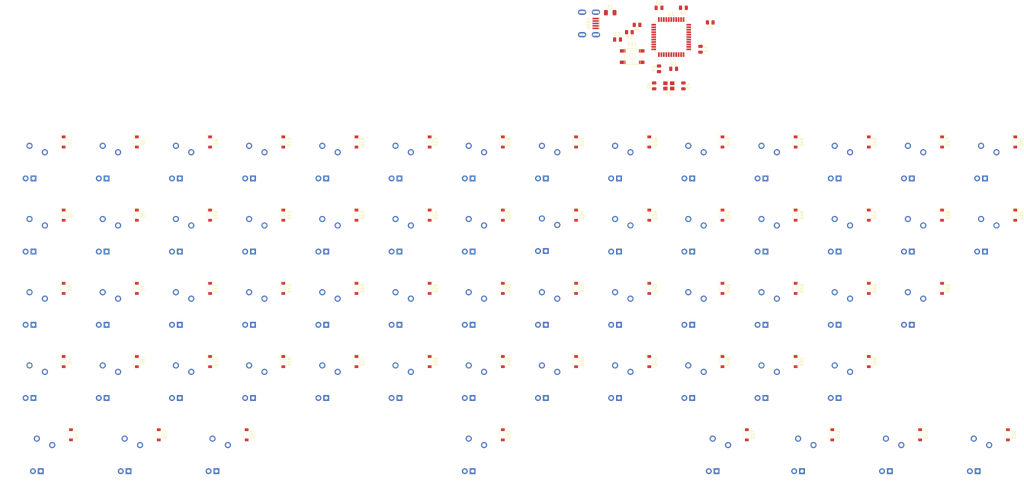
<source format=kicad_pcb>
(kicad_pcb (version 20171130) (host pcbnew "(5.1.10)-1")
  (layers (0 F.Cu signal) (31 B.Cu signal) (35 F.Paste user) (37 F.SilkS user) (38 B.Mask user) (39 F.Mask user) (44 Edge.Cuts user))
  (net 0 "")
  (net 1 "Net-(D1-Pad2)")
  (net 2 A)
  (net 3 "Net-(D2-Pad2)")
  (net 4 B)
  (net 5 "Net-(D3-Pad2)")
  (net 6 C)
  (net 7 "Net-(D4-Pad2)")
  (net 8 D)
  (net 9 "Net-(D5-Pad2)")
  (net 10 "Net-(D6-Pad2)")
  (net 11 "Net-(D7-Pad2)")
  (net 12 "Net-(D8-Pad2)")
  (net 13 "Net-(D9-Pad2)")
  (net 14 "Net-(D10-Pad2)")
  (net 15 "Net-(D11-Pad2)")
  (net 16 "Net-(D12-Pad2)")
  (net 17 "Net-(D13-Pad2)")
  (net 18 "Net-(D14-Pad2)")
  (net 19 "Net-(D15-Pad2)")
  (net 20 "Net-(D16-Pad2)")
  (net 21 "Net-(D17-Pad2)")
  (net 22 E)
  (net 23 "Net-(D18-Pad2)")
  (net 24 "Net-(D19-Pad2)")
  (net 25 "Net-(D20-Pad2)")
  (net 26 "Net-(D21-Pad2)")
  (net 27 "Net-(D22-Pad2)")
  (net 28 "Net-(D23-Pad2)")
  (net 29 "Net-(D24-Pad2)")
  (net 30 "Net-(D25-Pad2)")
  (net 31 "Net-(D26-Pad2)")
  (net 32 "Net-(D27-Pad2)")
  (net 33 "Net-(D28-Pad2)")
  (net 34 "Net-(D29-Pad2)")
  (net 35 "Net-(D30-Pad2)")
  (net 36 "Net-(D31-Pad2)")
  (net 37 "Net-(D32-Pad2)")
  (net 38 "Net-(D33-Pad2)")
  (net 39 "Net-(D34-Pad2)")
  (net 40 "Net-(D35-Pad2)")
  (net 41 "Net-(D36-Pad2)")
  (net 42 "Net-(D37-Pad2)")
  (net 43 "Net-(D38-Pad2)")
  (net 44 "Net-(D39-Pad2)")
  (net 45 "Net-(D40-Pad2)")
  (net 46 "Net-(D41-Pad2)")
  (net 47 "Net-(D42-Pad2)")
  (net 48 "Net-(D43-Pad2)")
  (net 49 "Net-(D44-Pad2)")
  (net 50 "Net-(D45-Pad2)")
  (net 51 "Net-(D46-Pad2)")
  (net 52 "Net-(D47-Pad2)")
  (net 53 "Net-(D48-Pad2)")
  (net 54 "Net-(D49-Pad2)")
  (net 55 "Net-(D50-Pad2)")
  (net 56 "Net-(D51-Pad2)")
  (net 57 "Net-(D52-Pad2)")
  (net 58 "Net-(D53-Pad2)")
  (net 59 "Net-(D54-Pad2)")
  (net 60 "Net-(D55-Pad2)")
  (net 61 "Net-(D56-Pad2)")
  (net 62 "Net-(D57-Pad2)")
  (net 63 "Net-(D58-Pad2)")
  (net 64 "Net-(D59-Pad2)")
  (net 65 "Net-(D60-Pad2)")
  (net 66 "Net-(D61-Pad2)")
  (net 67 1)
  (net 68 2)
  (net 69 3)
  (net 70 4)
  (net 71 5)
  (net 72 6)
  (net 73 7)
  (net 74 8)
  (net 75 9)
  (net 76 10)
  (net 77 11)
  (net 78 12)
  (net 79 13)
  (net 80 14)
  (net 81 GND)
  (net 82 +5V)
  (net 83 "Net-(C4-Pad1)")
  (net 84 "Net-(C5-Pad1)")
  (net 85 "Net-(C7-Pad1)")
  (net 86 VCC)
  (net 87 D-)
  (net 88 "Net-(R1-Pad1)")
  (net 89 D+)
  (net 90 "Net-(R2-Pad1)")
  (net 91 "Net-(R3-Pad2)")
  (net 92 "Net-(R4-Pad2)")
  (net 93 "Net-(U1-Pad42)")
  (net 94 "Net-(U1-Pad41)")
  (net 95 "Net-(U1-Pad40)")
  (net 96 "Net-(U1-Pad39)")
  (net 97 "Net-(U1-Pad38)")
  (net 98 "Net-(U1-Pad37)")
  (net 99 "Net-(U1-Pad36)")
  (net 100 "Net-(U1-Pad32)")
  (net 101 "Net-(U1-Pad31)")
  (net 102 "Net-(U1-Pad30)")
  (net 103 "Net-(U1-Pad29)")
  (net 104 "Net-(U1-Pad28)")
  (net 105 "Net-(U1-Pad27)")
  (net 106 "Net-(U1-Pad26)")
  (net 107 "Net-(U1-Pad25)")
  (net 108 "Net-(U1-Pad22)")
  (net 109 "Net-(U1-Pad21)")
  (net 110 "Net-(U1-Pad20)")
  (net 111 "Net-(U1-Pad19)")
  (net 112 "Net-(U1-Pad18)")
  (net 113 "Net-(U1-Pad12)")
  (net 114 "Net-(U1-Pad11)")
  (net 115 "Net-(U1-Pad10)")
  (net 116 "Net-(U1-Pad9)")
  (net 117 "Net-(U1-Pad8)")
  (net 118 "Net-(U1-Pad1)")
  (net 119 "Net-(USB1-Pad2)")
  (net 120 "Net-(USB1-Pad5)")
  (module Kailh_Choc:KailhChoc-1.25U (layer F.Cu) (at 422.275 184.15)
    (fp_text reference MX37)
    (fp_text value MX-NoLED)
    (pad 4 thru_hole rect (at 1.27 4.7) (size 1.905 1.905) (drill 1.04) (layers *.Cu B.Mask))
    (pad 3 thru_hole circle (at -1.27 4.7) (size 1.905 1.905) (drill 1.04) (layers *.Cu B.Mask))
    (pad "" np_thru_hole circle (at -5.22 4.2) (size 1.2 1.2) (drill 1.2) (layers *.Cu *.Mask))
    (pad "" np_thru_hole circle (at 5.5 0 48.1) (size 1.9 1.9) (drill 1.9) (layers *.Cu *.Mask))
    (pad "" np_thru_hole circle (at -5.5 0 48.1) (size 1.9 1.9) (drill 1.9) (layers *.Cu *.Mask))
    (pad 1 thru_hole circle (at 5 -3.8) (size 2 2) (drill 1.2) (layers *.Cu B.Mask) (net 74 8))
    (pad "" np_thru_hole circle (at 0 0) (size 3.4 3.4) (drill 3.4) (layers *.Cu *.Mask))
    (pad 2 thru_hole circle (at 0 -5.9) (size 2 2) (drill 1.2) (layers *.Cu B.Mask) (net 42 "Net-(D37-Pad2)"))
  )
  (module Kailh_Choc:KailhChoc-1.75U (layer F.Cu) (at 342.9 184.15)
    (fp_text reference MX32)
    (fp_text value MX-NoLED)
    (pad 4 thru_hole rect (at 1.27 4.7) (size 1.905 1.905) (drill 1.04) (layers *.Cu B.Mask))
    (pad 3 thru_hole circle (at -1.27 4.7) (size 1.905 1.905) (drill 1.04) (layers *.Cu B.Mask))
    (pad "" np_thru_hole circle (at -5.22 4.2) (size 1.2 1.2) (drill 1.2) (layers *.Cu *.Mask))
    (pad "" np_thru_hole circle (at 5.5 0 48.1) (size 1.9 1.9) (drill 1.9) (layers *.Cu *.Mask))
    (pad "" np_thru_hole circle (at -5.5 0 48.1) (size 1.9 1.9) (drill 1.9) (layers *.Cu *.Mask))
    (pad 1 thru_hole circle (at 5 -3.8) (size 2 2) (drill 1.2) (layers *.Cu B.Mask) (net 73 7))
    (pad "" np_thru_hole circle (at 0 0) (size 3.4 3.4) (drill 3.4) (layers *.Cu *.Mask))
    (pad 2 thru_hole circle (at 0 -5.9) (size 2 2) (drill 1.2) (layers *.Cu B.Mask) (net 37 "Net-(D32-Pad2)"))
  )
  (module Kailh_Choc:KailhChoc-1.25U (layer F.Cu) (at 507.20625 184.15)
    (fp_text reference MX52)
    (fp_text value MX-NoLED)
    (pad 4 thru_hole rect (at 1.27 4.7) (size 1.905 1.905) (drill 1.04) (layers *.Cu B.Mask))
    (pad 3 thru_hole circle (at -1.27 4.7) (size 1.905 1.905) (drill 1.04) (layers *.Cu B.Mask))
    (pad "" np_thru_hole circle (at -5.22 4.2) (size 1.2 1.2) (drill 1.2) (layers *.Cu *.Mask))
    (pad "" np_thru_hole circle (at 5.5 0 48.1) (size 1.9 1.9) (drill 1.9) (layers *.Cu *.Mask))
    (pad "" np_thru_hole circle (at -5.5 0 48.1) (size 1.9 1.9) (drill 1.9) (layers *.Cu *.Mask))
    (pad 1 thru_hole circle (at 5 -3.8) (size 2 2) (drill 1.2) (layers *.Cu B.Mask) (net 77 11))
    (pad "" np_thru_hole circle (at 0 0) (size 3.4 3.4) (drill 3.4) (layers *.Cu *.Mask))
    (pad 2 thru_hole circle (at 0 -5.9) (size 2 2) (drill 1.2) (layers *.Cu B.Mask) (net 57 "Net-(D52-Pad2)"))
  )
  (module Kailh_Choc:KailhChoc-1.25U (layer F.Cu) (at 478.63125 184.15)
    (fp_text reference MX47)
    (fp_text value MX-NoLED)
    (pad 4 thru_hole rect (at 1.27 4.7) (size 1.905 1.905) (drill 1.04) (layers *.Cu B.Mask))
    (pad 3 thru_hole circle (at -1.27 4.7) (size 1.905 1.905) (drill 1.04) (layers *.Cu B.Mask))
    (pad "" np_thru_hole circle (at -5.22 4.2) (size 1.2 1.2) (drill 1.2) (layers *.Cu *.Mask))
    (pad "" np_thru_hole circle (at 5.5 0 48.1) (size 1.9 1.9) (drill 1.9) (layers *.Cu *.Mask))
    (pad "" np_thru_hole circle (at -5.5 0 48.1) (size 1.9 1.9) (drill 1.9) (layers *.Cu *.Mask))
    (pad 1 thru_hole circle (at 5 -3.8) (size 2 2) (drill 1.2) (layers *.Cu B.Mask) (net 76 10))
    (pad "" np_thru_hole circle (at 0 0) (size 3.4 3.4) (drill 3.4) (layers *.Cu *.Mask))
    (pad 2 thru_hole circle (at 0 -5.9) (size 2 2) (drill 1.2) (layers *.Cu B.Mask) (net 52 "Net-(D47-Pad2)"))
  )
  (module Kailh_Choc:KailhChoc-1.25U (layer F.Cu) (at 450.05625 184.15)
    (fp_text reference MX42)
    (fp_text value MX-NoLED)
    (pad 4 thru_hole rect (at 1.27 4.7) (size 1.905 1.905) (drill 1.04) (layers *.Cu B.Mask))
    (pad 3 thru_hole circle (at -1.27 4.7) (size 1.905 1.905) (drill 1.04) (layers *.Cu B.Mask))
    (pad "" np_thru_hole circle (at -5.22 4.2) (size 1.2 1.2) (drill 1.2) (layers *.Cu *.Mask))
    (pad "" np_thru_hole circle (at 5.5 0 48.1) (size 1.9 1.9) (drill 1.9) (layers *.Cu *.Mask))
    (pad "" np_thru_hole circle (at -5.5 0 48.1) (size 1.9 1.9) (drill 1.9) (layers *.Cu *.Mask))
    (pad 1 thru_hole circle (at 5 -3.8) (size 2 2) (drill 1.2) (layers *.Cu B.Mask) (net 75 9))
    (pad "" np_thru_hole circle (at 0 0) (size 3.4 3.4) (drill 3.4) (layers *.Cu *.Mask))
    (pad 2 thru_hole circle (at 0 -5.9) (size 2 2) (drill 1.2) (layers *.Cu B.Mask) (net 47 "Net-(D42-Pad2)"))
  )
  (module Kailh_Choc:KailhChoc-1.25U (layer F.Cu) (at 259.55625 184.15)
    (fp_text reference MX27)
    (fp_text value MX-NoLED)
    (pad 4 thru_hole rect (at 1.27 4.7) (size 1.905 1.905) (drill 1.04) (layers *.Cu B.Mask))
    (pad 3 thru_hole circle (at -1.27 4.7) (size 1.905 1.905) (drill 1.04) (layers *.Cu B.Mask))
    (pad "" np_thru_hole circle (at -5.22 4.2) (size 1.2 1.2) (drill 1.2) (layers *.Cu *.Mask))
    (pad "" np_thru_hole circle (at 5.5 0 48.1) (size 1.9 1.9) (drill 1.9) (layers *.Cu *.Mask))
    (pad "" np_thru_hole circle (at -5.5 0 48.1) (size 1.9 1.9) (drill 1.9) (layers *.Cu *.Mask))
    (pad 1 thru_hole circle (at 5 -3.8) (size 2 2) (drill 1.2) (layers *.Cu B.Mask) (net 72 6))
    (pad "" np_thru_hole circle (at 0 0) (size 3.4 3.4) (drill 3.4) (layers *.Cu *.Mask))
    (pad 2 thru_hole circle (at 0 -5.9) (size 2 2) (drill 1.2) (layers *.Cu B.Mask) (net 32 "Net-(D27-Pad2)"))
  )
  (module Kailh_Choc:KailhChoc-1.25U (layer F.Cu) (at 230.98125 184.15)
    (fp_text reference MX22)
    (fp_text value MX-NoLED)
    (pad 4 thru_hole rect (at 1.27 4.7) (size 1.905 1.905) (drill 1.04) (layers *.Cu B.Mask))
    (pad 3 thru_hole circle (at -1.27 4.7) (size 1.905 1.905) (drill 1.04) (layers *.Cu B.Mask))
    (pad "" np_thru_hole circle (at -5.22 4.2) (size 1.2 1.2) (drill 1.2) (layers *.Cu *.Mask))
    (pad "" np_thru_hole circle (at 5.5 0 48.1) (size 1.9 1.9) (drill 1.9) (layers *.Cu *.Mask))
    (pad "" np_thru_hole circle (at -5.5 0 48.1) (size 1.9 1.9) (drill 1.9) (layers *.Cu *.Mask))
    (pad 1 thru_hole circle (at 5 -3.8) (size 2 2) (drill 1.2) (layers *.Cu B.Mask) (net 71 5))
    (pad "" np_thru_hole circle (at 0 0) (size 3.4 3.4) (drill 3.4) (layers *.Cu *.Mask))
    (pad 2 thru_hole circle (at 0 -5.9) (size 2 2) (drill 1.2) (layers *.Cu B.Mask) (net 27 "Net-(D22-Pad2)"))
  )
  (module Kailh_Choc:KailhChoc-1.25U (layer F.Cu) (at 202.40625 184.15)
    (fp_text reference MX17)
    (fp_text value MX-NoLED)
    (pad 4 thru_hole rect (at 1.27 4.7) (size 1.905 1.905) (drill 1.04) (layers *.Cu B.Mask))
    (pad 3 thru_hole circle (at -1.27 4.7) (size 1.905 1.905) (drill 1.04) (layers *.Cu B.Mask))
    (pad "" np_thru_hole circle (at -5.22 4.2) (size 1.2 1.2) (drill 1.2) (layers *.Cu *.Mask))
    (pad "" np_thru_hole circle (at 5.5 0 48.1) (size 1.9 1.9) (drill 1.9) (layers *.Cu *.Mask))
    (pad "" np_thru_hole circle (at -5.5 0 48.1) (size 1.9 1.9) (drill 1.9) (layers *.Cu *.Mask))
    (pad 1 thru_hole circle (at 5 -3.8) (size 2 2) (drill 1.2) (layers *.Cu B.Mask) (net 70 4))
    (pad "" np_thru_hole circle (at 0 0) (size 3.4 3.4) (drill 3.4) (layers *.Cu *.Mask))
    (pad 2 thru_hole circle (at 0 -5.9) (size 2 2) (drill 1.2) (layers *.Cu B.Mask) (net 21 "Net-(D17-Pad2)"))
  )
  (module Diode_SMD:D_SOD-123 (layer F.Cu) (at 518.31875 177.00625 270)
    (fp_text reference D52 (at 0 -2 90) (layer F.SilkS))
    (fp_text value D_Small)
    (pad 2 smd rect (at 1.65 0 270) (size 0.9 1.2) (layers F.Cu F.Paste F.Mask) (net 57 "Net-(D52-Pad2)"))
    (pad 1 smd rect (at -1.65 0 270) (size 0.9 1.2) (layers F.Cu F.Paste F.Mask) (net 22 E))
  )
  (module Diode_SMD:D_SOD-123 (layer F.Cu) (at 270.66875 177.00625 270)
    (fp_text reference D27 (at 0 -2 90) (layer F.SilkS))
    (fp_text value D_Small)
    (pad 2 smd rect (at 1.65 0 270) (size 0.9 1.2) (layers F.Cu F.Paste F.Mask) (net 32 "Net-(D27-Pad2)"))
    (pad 1 smd rect (at -1.65 0 270) (size 0.9 1.2) (layers F.Cu F.Paste F.Mask) (net 22 E))
  )
  (module Diode_SMD:D_SOD-123 (layer F.Cu) (at 213.51875 177.00625 270)
    (fp_text reference D17 (at 0 -2 90) (layer F.SilkS))
    (fp_text value D_Small)
    (pad 2 smd rect (at 1.65 0 270) (size 0.9 1.2) (layers F.Cu F.Paste F.Mask) (net 21 "Net-(D17-Pad2)"))
    (pad 1 smd rect (at -1.65 0 270) (size 0.9 1.2) (layers F.Cu F.Paste F.Mask) (net 22 E))
  )
  (module Diode_SMD:D_SOD-123 (layer F.Cu) (at 354.0125 177.00625 270)
    (fp_text reference D32 (at 0 -2 90) (layer F.SilkS))
    (fp_text value D_Small)
    (pad 2 smd rect (at 1.65 0 270) (size 0.9 1.2) (layers F.Cu F.Paste F.Mask) (net 37 "Net-(D32-Pad2)"))
    (pad 1 smd rect (at -1.65 0 270) (size 0.9 1.2) (layers F.Cu F.Paste F.Mask) (net 22 E))
  )
  (module Diode_SMD:D_SOD-123 (layer F.Cu) (at 489.74375 177.00625 270)
    (fp_text reference D47 (at 0 -2 90) (layer F.SilkS))
    (fp_text value D_Small)
    (pad 2 smd rect (at 1.65 0 270) (size 0.9 1.2) (layers F.Cu F.Paste F.Mask) (net 52 "Net-(D47-Pad2)"))
    (pad 1 smd rect (at -1.65 0 270) (size 0.9 1.2) (layers F.Cu F.Paste F.Mask) (net 22 E))
  )
  (module Diode_SMD:D_SOD-123 (layer F.Cu) (at 242.09375 177.00625 270)
    (fp_text reference D22 (at 0 -2 90) (layer F.SilkS))
    (fp_text value D_Small)
    (pad 2 smd rect (at 1.65 0 270) (size 0.9 1.2) (layers F.Cu F.Paste F.Mask) (net 27 "Net-(D22-Pad2)"))
    (pad 1 smd rect (at -1.65 0 270) (size 0.9 1.2) (layers F.Cu F.Paste F.Mask) (net 22 E))
  )
  (module Diode_SMD:D_SOD-123 (layer F.Cu) (at 461.16875 177.00625 270)
    (fp_text reference D42 (at 0 -2 90) (layer F.SilkS))
    (fp_text value D_Small)
    (pad 2 smd rect (at 1.65 0 270) (size 0.9 1.2) (layers F.Cu F.Paste F.Mask) (net 47 "Net-(D42-Pad2)"))
    (pad 1 smd rect (at -1.65 0 270) (size 0.9 1.2) (layers F.Cu F.Paste F.Mask) (net 22 E))
  )
  (module Diode_SMD:D_SOD-123 (layer F.Cu) (at 433.3875 177.00625 270)
    (fp_text reference D37 (at 0 -2 90) (layer F.SilkS))
    (fp_text value D_Small)
    (pad 2 smd rect (at 1.65 0 270) (size 0.9 1.2) (layers F.Cu F.Paste F.Mask) (net 42 "Net-(D37-Pad2)"))
    (pad 1 smd rect (at -1.65 0 270) (size 0.9 1.2) (layers F.Cu F.Paste F.Mask) (net 22 E))
  )
  (module Kailh_Choc:KailhChoc-1U (layer F.Cu) (at 509.5875 112.7125)
    (fp_text reference MX61)
    (fp_text value MX-NoLED)
    (pad 2 thru_hole circle (at 0 -5.9) (size 2 2) (drill 1.2) (layers *.Cu B.Mask) (net 66 "Net-(D61-Pad2)"))
    (pad "" np_thru_hole circle (at 0 0) (size 3.4 3.4) (drill 3.4) (layers *.Cu *.Mask))
    (pad 1 thru_hole circle (at 5 -3.8) (size 2 2) (drill 1.2) (layers *.Cu B.Mask) (net 80 14))
    (pad "" np_thru_hole circle (at -5.5 0 48.1) (size 1.9 1.9) (drill 1.9) (layers *.Cu *.Mask))
    (pad "" np_thru_hole circle (at 5.5 0 48.1) (size 1.9 1.9) (drill 1.9) (layers *.Cu *.Mask))
    (pad "" np_thru_hole circle (at -5.22 4.2) (size 1.2 1.2) (drill 1.2) (layers *.Cu *.Mask))
    (pad 3 thru_hole circle (at -1.27 4.7) (size 1.905 1.905) (drill 1.04) (layers *.Cu B.Mask))
    (pad 4 thru_hole rect (at 1.27 4.7) (size 1.905 1.905) (drill 1.04) (layers *.Cu B.Mask))
  )
  (module Kailh_Choc:KailhChoc-1U (layer F.Cu) (at 509.5875 88.9)
    (fp_text reference MX60)
    (fp_text value MX-NoLED)
    (pad 2 thru_hole circle (at 0 -5.9) (size 2 2) (drill 1.2) (layers *.Cu B.Mask) (net 65 "Net-(D60-Pad2)"))
    (pad "" np_thru_hole circle (at 0 0) (size 3.4 3.4) (drill 3.4) (layers *.Cu *.Mask))
    (pad 1 thru_hole circle (at 5 -3.8) (size 2 2) (drill 1.2) (layers *.Cu B.Mask) (net 80 14))
    (pad "" np_thru_hole circle (at -5.5 0 48.1) (size 1.9 1.9) (drill 1.9) (layers *.Cu *.Mask))
    (pad "" np_thru_hole circle (at 5.5 0 48.1) (size 1.9 1.9) (drill 1.9) (layers *.Cu *.Mask))
    (pad "" np_thru_hole circle (at -5.22 4.2) (size 1.2 1.2) (drill 1.2) (layers *.Cu *.Mask))
    (pad 3 thru_hole circle (at -1.27 4.7) (size 1.905 1.905) (drill 1.04) (layers *.Cu B.Mask))
    (pad 4 thru_hole rect (at 1.27 4.7) (size 1.905 1.905) (drill 1.04) (layers *.Cu B.Mask))
  )
  (module Kailh_Choc:KailhChoc-1U (layer F.Cu) (at 485.775 136.525)
    (fp_text reference MX59)
    (fp_text value MX-NoLED)
    (pad 2 thru_hole circle (at 0 -5.9) (size 2 2) (drill 1.2) (layers *.Cu B.Mask) (net 64 "Net-(D59-Pad2)"))
    (pad "" np_thru_hole circle (at 0 0) (size 3.4 3.4) (drill 3.4) (layers *.Cu *.Mask))
    (pad 1 thru_hole circle (at 5 -3.8) (size 2 2) (drill 1.2) (layers *.Cu B.Mask) (net 79 13))
    (pad "" np_thru_hole circle (at -5.5 0 48.1) (size 1.9 1.9) (drill 1.9) (layers *.Cu *.Mask))
    (pad "" np_thru_hole circle (at 5.5 0 48.1) (size 1.9 1.9) (drill 1.9) (layers *.Cu *.Mask))
    (pad "" np_thru_hole circle (at -5.22 4.2) (size 1.2 1.2) (drill 1.2) (layers *.Cu *.Mask))
    (pad 3 thru_hole circle (at -1.27 4.7) (size 1.905 1.905) (drill 1.04) (layers *.Cu B.Mask))
    (pad 4 thru_hole rect (at 1.27 4.7) (size 1.905 1.905) (drill 1.04) (layers *.Cu B.Mask))
  )
  (module Kailh_Choc:KailhChoc-1U (layer F.Cu) (at 485.775 112.7125)
    (fp_text reference MX58)
    (fp_text value MX-NoLED)
    (pad 2 thru_hole circle (at 0 -5.9) (size 2 2) (drill 1.2) (layers *.Cu B.Mask) (net 63 "Net-(D58-Pad2)"))
    (pad "" np_thru_hole circle (at 0 0) (size 3.4 3.4) (drill 3.4) (layers *.Cu *.Mask))
    (pad 1 thru_hole circle (at 5 -3.8) (size 2 2) (drill 1.2) (layers *.Cu B.Mask) (net 79 13))
    (pad "" np_thru_hole circle (at -5.5 0 48.1) (size 1.9 1.9) (drill 1.9) (layers *.Cu *.Mask))
    (pad "" np_thru_hole circle (at 5.5 0 48.1) (size 1.9 1.9) (drill 1.9) (layers *.Cu *.Mask))
    (pad "" np_thru_hole circle (at -5.22 4.2) (size 1.2 1.2) (drill 1.2) (layers *.Cu *.Mask))
    (pad 3 thru_hole circle (at -1.27 4.7) (size 1.905 1.905) (drill 1.04) (layers *.Cu B.Mask))
    (pad 4 thru_hole rect (at 1.27 4.7) (size 1.905 1.905) (drill 1.04) (layers *.Cu B.Mask))
  )
  (module Kailh_Choc:KailhChoc-1U (layer F.Cu) (at 485.775 88.9)
    (fp_text reference MX57)
    (fp_text value MX-NoLED)
    (pad 2 thru_hole circle (at 0 -5.9) (size 2 2) (drill 1.2) (layers *.Cu B.Mask) (net 62 "Net-(D57-Pad2)"))
    (pad "" np_thru_hole circle (at 0 0) (size 3.4 3.4) (drill 3.4) (layers *.Cu *.Mask))
    (pad 1 thru_hole circle (at 5 -3.8) (size 2 2) (drill 1.2) (layers *.Cu B.Mask) (net 79 13))
    (pad "" np_thru_hole circle (at -5.5 0 48.1) (size 1.9 1.9) (drill 1.9) (layers *.Cu *.Mask))
    (pad "" np_thru_hole circle (at 5.5 0 48.1) (size 1.9 1.9) (drill 1.9) (layers *.Cu *.Mask))
    (pad "" np_thru_hole circle (at -5.22 4.2) (size 1.2 1.2) (drill 1.2) (layers *.Cu *.Mask))
    (pad 3 thru_hole circle (at -1.27 4.7) (size 1.905 1.905) (drill 1.04) (layers *.Cu B.Mask))
    (pad 4 thru_hole rect (at 1.27 4.7) (size 1.905 1.905) (drill 1.04) (layers *.Cu B.Mask))
  )
  (module Kailh_Choc:KailhChoc-1U (layer F.Cu) (at 461.9625 160.3375)
    (fp_text reference MX56)
    (fp_text value MX-NoLED)
    (pad 2 thru_hole circle (at 0 -5.9) (size 2 2) (drill 1.2) (layers *.Cu B.Mask) (net 61 "Net-(D56-Pad2)"))
    (pad "" np_thru_hole circle (at 0 0) (size 3.4 3.4) (drill 3.4) (layers *.Cu *.Mask))
    (pad 1 thru_hole circle (at 5 -3.8) (size 2 2) (drill 1.2) (layers *.Cu B.Mask) (net 78 12))
    (pad "" np_thru_hole circle (at -5.5 0 48.1) (size 1.9 1.9) (drill 1.9) (layers *.Cu *.Mask))
    (pad "" np_thru_hole circle (at 5.5 0 48.1) (size 1.9 1.9) (drill 1.9) (layers *.Cu *.Mask))
    (pad "" np_thru_hole circle (at -5.22 4.2) (size 1.2 1.2) (drill 1.2) (layers *.Cu *.Mask))
    (pad 3 thru_hole circle (at -1.27 4.7) (size 1.905 1.905) (drill 1.04) (layers *.Cu B.Mask))
    (pad 4 thru_hole rect (at 1.27 4.7) (size 1.905 1.905) (drill 1.04) (layers *.Cu B.Mask))
  )
  (module Kailh_Choc:KailhChoc-1U (layer F.Cu) (at 461.9625 136.525)
    (fp_text reference MX55)
    (fp_text value MX-NoLED)
    (pad 2 thru_hole circle (at 0 -5.9) (size 2 2) (drill 1.2) (layers *.Cu B.Mask) (net 60 "Net-(D55-Pad2)"))
    (pad "" np_thru_hole circle (at 0 0) (size 3.4 3.4) (drill 3.4) (layers *.Cu *.Mask))
    (pad 1 thru_hole circle (at 5 -3.8) (size 2 2) (drill 1.2) (layers *.Cu B.Mask) (net 78 12))
    (pad "" np_thru_hole circle (at -5.5 0 48.1) (size 1.9 1.9) (drill 1.9) (layers *.Cu *.Mask))
    (pad "" np_thru_hole circle (at 5.5 0 48.1) (size 1.9 1.9) (drill 1.9) (layers *.Cu *.Mask))
    (pad "" np_thru_hole circle (at -5.22 4.2) (size 1.2 1.2) (drill 1.2) (layers *.Cu *.Mask))
    (pad 3 thru_hole circle (at -1.27 4.7) (size 1.905 1.905) (drill 1.04) (layers *.Cu B.Mask))
    (pad 4 thru_hole rect (at 1.27 4.7) (size 1.905 1.905) (drill 1.04) (layers *.Cu B.Mask))
  )
  (module Kailh_Choc:KailhChoc-1U (layer F.Cu) (at 461.9625 112.7125)
    (fp_text reference MX54)
    (fp_text value MX-NoLED)
    (pad 2 thru_hole circle (at 0 -5.9) (size 2 2) (drill 1.2) (layers *.Cu B.Mask) (net 59 "Net-(D54-Pad2)"))
    (pad "" np_thru_hole circle (at 0 0) (size 3.4 3.4) (drill 3.4) (layers *.Cu *.Mask))
    (pad 1 thru_hole circle (at 5 -3.8) (size 2 2) (drill 1.2) (layers *.Cu B.Mask) (net 78 12))
    (pad "" np_thru_hole circle (at -5.5 0 48.1) (size 1.9 1.9) (drill 1.9) (layers *.Cu *.Mask))
    (pad "" np_thru_hole circle (at 5.5 0 48.1) (size 1.9 1.9) (drill 1.9) (layers *.Cu *.Mask))
    (pad "" np_thru_hole circle (at -5.22 4.2) (size 1.2 1.2) (drill 1.2) (layers *.Cu *.Mask))
    (pad 3 thru_hole circle (at -1.27 4.7) (size 1.905 1.905) (drill 1.04) (layers *.Cu B.Mask))
    (pad 4 thru_hole rect (at 1.27 4.7) (size 1.905 1.905) (drill 1.04) (layers *.Cu B.Mask))
  )
  (module Kailh_Choc:KailhChoc-1U (layer F.Cu) (at 461.9625 88.9)
    (fp_text reference MX53)
    (fp_text value MX-NoLED)
    (pad 2 thru_hole circle (at 0 -5.9) (size 2 2) (drill 1.2) (layers *.Cu B.Mask) (net 58 "Net-(D53-Pad2)"))
    (pad "" np_thru_hole circle (at 0 0) (size 3.4 3.4) (drill 3.4) (layers *.Cu *.Mask))
    (pad 1 thru_hole circle (at 5 -3.8) (size 2 2) (drill 1.2) (layers *.Cu B.Mask) (net 78 12))
    (pad "" np_thru_hole circle (at -5.5 0 48.1) (size 1.9 1.9) (drill 1.9) (layers *.Cu *.Mask))
    (pad "" np_thru_hole circle (at 5.5 0 48.1) (size 1.9 1.9) (drill 1.9) (layers *.Cu *.Mask))
    (pad "" np_thru_hole circle (at -5.22 4.2) (size 1.2 1.2) (drill 1.2) (layers *.Cu *.Mask))
    (pad 3 thru_hole circle (at -1.27 4.7) (size 1.905 1.905) (drill 1.04) (layers *.Cu B.Mask))
    (pad 4 thru_hole rect (at 1.27 4.7) (size 1.905 1.905) (drill 1.04) (layers *.Cu B.Mask))
  )
  (module Kailh_Choc:KailhChoc-1U (layer F.Cu) (at 438.15 160.3375)
    (fp_text reference MX51)
    (fp_text value MX-NoLED)
    (pad 2 thru_hole circle (at 0 -5.9) (size 2 2) (drill 1.2) (layers *.Cu B.Mask) (net 56 "Net-(D51-Pad2)"))
    (pad "" np_thru_hole circle (at 0 0) (size 3.4 3.4) (drill 3.4) (layers *.Cu *.Mask))
    (pad 1 thru_hole circle (at 5 -3.8) (size 2 2) (drill 1.2) (layers *.Cu B.Mask) (net 77 11))
    (pad "" np_thru_hole circle (at -5.5 0 48.1) (size 1.9 1.9) (drill 1.9) (layers *.Cu *.Mask))
    (pad "" np_thru_hole circle (at 5.5 0 48.1) (size 1.9 1.9) (drill 1.9) (layers *.Cu *.Mask))
    (pad "" np_thru_hole circle (at -5.22 4.2) (size 1.2 1.2) (drill 1.2) (layers *.Cu *.Mask))
    (pad 3 thru_hole circle (at -1.27 4.7) (size 1.905 1.905) (drill 1.04) (layers *.Cu B.Mask))
    (pad 4 thru_hole rect (at 1.27 4.7) (size 1.905 1.905) (drill 1.04) (layers *.Cu B.Mask))
  )
  (module Kailh_Choc:KailhChoc-1U (layer F.Cu) (at 438.15 136.525)
    (fp_text reference MX50)
    (fp_text value MX-NoLED)
    (pad 2 thru_hole circle (at 0 -5.9) (size 2 2) (drill 1.2) (layers *.Cu B.Mask) (net 55 "Net-(D50-Pad2)"))
    (pad "" np_thru_hole circle (at 0 0) (size 3.4 3.4) (drill 3.4) (layers *.Cu *.Mask))
    (pad 1 thru_hole circle (at 5 -3.8) (size 2 2) (drill 1.2) (layers *.Cu B.Mask) (net 77 11))
    (pad "" np_thru_hole circle (at -5.5 0 48.1) (size 1.9 1.9) (drill 1.9) (layers *.Cu *.Mask))
    (pad "" np_thru_hole circle (at 5.5 0 48.1) (size 1.9 1.9) (drill 1.9) (layers *.Cu *.Mask))
    (pad "" np_thru_hole circle (at -5.22 4.2) (size 1.2 1.2) (drill 1.2) (layers *.Cu *.Mask))
    (pad 3 thru_hole circle (at -1.27 4.7) (size 1.905 1.905) (drill 1.04) (layers *.Cu B.Mask))
    (pad 4 thru_hole rect (at 1.27 4.7) (size 1.905 1.905) (drill 1.04) (layers *.Cu B.Mask))
  )
  (module Kailh_Choc:KailhChoc-1U (layer F.Cu) (at 438.15 112.7125)
    (fp_text reference MX49)
    (fp_text value MX-NoLED)
    (pad 2 thru_hole circle (at 0 -5.9) (size 2 2) (drill 1.2) (layers *.Cu B.Mask) (net 54 "Net-(D49-Pad2)"))
    (pad "" np_thru_hole circle (at 0 0) (size 3.4 3.4) (drill 3.4) (layers *.Cu *.Mask))
    (pad 1 thru_hole circle (at 5 -3.8) (size 2 2) (drill 1.2) (layers *.Cu B.Mask) (net 77 11))
    (pad "" np_thru_hole circle (at -5.5 0 48.1) (size 1.9 1.9) (drill 1.9) (layers *.Cu *.Mask))
    (pad "" np_thru_hole circle (at 5.5 0 48.1) (size 1.9 1.9) (drill 1.9) (layers *.Cu *.Mask))
    (pad "" np_thru_hole circle (at -5.22 4.2) (size 1.2 1.2) (drill 1.2) (layers *.Cu *.Mask))
    (pad 3 thru_hole circle (at -1.27 4.7) (size 1.905 1.905) (drill 1.04) (layers *.Cu B.Mask))
    (pad 4 thru_hole rect (at 1.27 4.7) (size 1.905 1.905) (drill 1.04) (layers *.Cu B.Mask))
  )
  (module Kailh_Choc:KailhChoc-1U (layer F.Cu) (at 438.15 88.9)
    (fp_text reference MX48)
    (fp_text value MX-NoLED)
    (pad 2 thru_hole circle (at 0 -5.9) (size 2 2) (drill 1.2) (layers *.Cu B.Mask) (net 53 "Net-(D48-Pad2)"))
    (pad "" np_thru_hole circle (at 0 0) (size 3.4 3.4) (drill 3.4) (layers *.Cu *.Mask))
    (pad 1 thru_hole circle (at 5 -3.8) (size 2 2) (drill 1.2) (layers *.Cu B.Mask) (net 77 11))
    (pad "" np_thru_hole circle (at -5.5 0 48.1) (size 1.9 1.9) (drill 1.9) (layers *.Cu *.Mask))
    (pad "" np_thru_hole circle (at 5.5 0 48.1) (size 1.9 1.9) (drill 1.9) (layers *.Cu *.Mask))
    (pad "" np_thru_hole circle (at -5.22 4.2) (size 1.2 1.2) (drill 1.2) (layers *.Cu *.Mask))
    (pad 3 thru_hole circle (at -1.27 4.7) (size 1.905 1.905) (drill 1.04) (layers *.Cu B.Mask))
    (pad 4 thru_hole rect (at 1.27 4.7) (size 1.905 1.905) (drill 1.04) (layers *.Cu B.Mask))
  )
  (module Kailh_Choc:KailhChoc-1U (layer F.Cu) (at 414.3375 160.3375)
    (fp_text reference MX46)
    (fp_text value MX-NoLED)
    (pad 2 thru_hole circle (at 0 -5.9) (size 2 2) (drill 1.2) (layers *.Cu B.Mask) (net 51 "Net-(D46-Pad2)"))
    (pad "" np_thru_hole circle (at 0 0) (size 3.4 3.4) (drill 3.4) (layers *.Cu *.Mask))
    (pad 1 thru_hole circle (at 5 -3.8) (size 2 2) (drill 1.2) (layers *.Cu B.Mask) (net 76 10))
    (pad "" np_thru_hole circle (at -5.5 0 48.1) (size 1.9 1.9) (drill 1.9) (layers *.Cu *.Mask))
    (pad "" np_thru_hole circle (at 5.5 0 48.1) (size 1.9 1.9) (drill 1.9) (layers *.Cu *.Mask))
    (pad "" np_thru_hole circle (at -5.22 4.2) (size 1.2 1.2) (drill 1.2) (layers *.Cu *.Mask))
    (pad 3 thru_hole circle (at -1.27 4.7) (size 1.905 1.905) (drill 1.04) (layers *.Cu B.Mask))
    (pad 4 thru_hole rect (at 1.27 4.7) (size 1.905 1.905) (drill 1.04) (layers *.Cu B.Mask))
  )
  (module Kailh_Choc:KailhChoc-1U (layer F.Cu) (at 414.3375 136.525)
    (fp_text reference MX45)
    (fp_text value MX-NoLED)
    (pad 2 thru_hole circle (at 0 -5.9) (size 2 2) (drill 1.2) (layers *.Cu B.Mask) (net 50 "Net-(D45-Pad2)"))
    (pad "" np_thru_hole circle (at 0 0) (size 3.4 3.4) (drill 3.4) (layers *.Cu *.Mask))
    (pad 1 thru_hole circle (at 5 -3.8) (size 2 2) (drill 1.2) (layers *.Cu B.Mask) (net 76 10))
    (pad "" np_thru_hole circle (at -5.5 0 48.1) (size 1.9 1.9) (drill 1.9) (layers *.Cu *.Mask))
    (pad "" np_thru_hole circle (at 5.5 0 48.1) (size 1.9 1.9) (drill 1.9) (layers *.Cu *.Mask))
    (pad "" np_thru_hole circle (at -5.22 4.2) (size 1.2 1.2) (drill 1.2) (layers *.Cu *.Mask))
    (pad 3 thru_hole circle (at -1.27 4.7) (size 1.905 1.905) (drill 1.04) (layers *.Cu B.Mask))
    (pad 4 thru_hole rect (at 1.27 4.7) (size 1.905 1.905) (drill 1.04) (layers *.Cu B.Mask))
  )
  (module Kailh_Choc:KailhChoc-1U (layer F.Cu) (at 414.3375 112.7125)
    (fp_text reference MX44)
    (fp_text value MX-NoLED)
    (pad 2 thru_hole circle (at 0 -5.9) (size 2 2) (drill 1.2) (layers *.Cu B.Mask) (net 49 "Net-(D44-Pad2)"))
    (pad "" np_thru_hole circle (at 0 0) (size 3.4 3.4) (drill 3.4) (layers *.Cu *.Mask))
    (pad 1 thru_hole circle (at 5 -3.8) (size 2 2) (drill 1.2) (layers *.Cu B.Mask) (net 76 10))
    (pad "" np_thru_hole circle (at -5.5 0 48.1) (size 1.9 1.9) (drill 1.9) (layers *.Cu *.Mask))
    (pad "" np_thru_hole circle (at 5.5 0 48.1) (size 1.9 1.9) (drill 1.9) (layers *.Cu *.Mask))
    (pad "" np_thru_hole circle (at -5.22 4.2) (size 1.2 1.2) (drill 1.2) (layers *.Cu *.Mask))
    (pad 3 thru_hole circle (at -1.27 4.7) (size 1.905 1.905) (drill 1.04) (layers *.Cu B.Mask))
    (pad 4 thru_hole rect (at 1.27 4.7) (size 1.905 1.905) (drill 1.04) (layers *.Cu B.Mask))
  )
  (module Kailh_Choc:KailhChoc-1U (layer F.Cu) (at 414.3375 88.9)
    (fp_text reference MX43)
    (fp_text value MX-NoLED)
    (pad 2 thru_hole circle (at 0 -5.9) (size 2 2) (drill 1.2) (layers *.Cu B.Mask) (net 48 "Net-(D43-Pad2)"))
    (pad "" np_thru_hole circle (at 0 0) (size 3.4 3.4) (drill 3.4) (layers *.Cu *.Mask))
    (pad 1 thru_hole circle (at 5 -3.8) (size 2 2) (drill 1.2) (layers *.Cu B.Mask) (net 76 10))
    (pad "" np_thru_hole circle (at -5.5 0 48.1) (size 1.9 1.9) (drill 1.9) (layers *.Cu *.Mask))
    (pad "" np_thru_hole circle (at 5.5 0 48.1) (size 1.9 1.9) (drill 1.9) (layers *.Cu *.Mask))
    (pad "" np_thru_hole circle (at -5.22 4.2) (size 1.2 1.2) (drill 1.2) (layers *.Cu *.Mask))
    (pad 3 thru_hole circle (at -1.27 4.7) (size 1.905 1.905) (drill 1.04) (layers *.Cu B.Mask))
    (pad 4 thru_hole rect (at 1.27 4.7) (size 1.905 1.905) (drill 1.04) (layers *.Cu B.Mask))
  )
  (module Kailh_Choc:KailhChoc-1U (layer F.Cu) (at 390.525 160.3375)
    (fp_text reference MX41)
    (fp_text value MX-NoLED)
    (pad 2 thru_hole circle (at 0 -5.9) (size 2 2) (drill 1.2) (layers *.Cu B.Mask) (net 46 "Net-(D41-Pad2)"))
    (pad "" np_thru_hole circle (at 0 0) (size 3.4 3.4) (drill 3.4) (layers *.Cu *.Mask))
    (pad 1 thru_hole circle (at 5 -3.8) (size 2 2) (drill 1.2) (layers *.Cu B.Mask) (net 75 9))
    (pad "" np_thru_hole circle (at -5.5 0 48.1) (size 1.9 1.9) (drill 1.9) (layers *.Cu *.Mask))
    (pad "" np_thru_hole circle (at 5.5 0 48.1) (size 1.9 1.9) (drill 1.9) (layers *.Cu *.Mask))
    (pad "" np_thru_hole circle (at -5.22 4.2) (size 1.2 1.2) (drill 1.2) (layers *.Cu *.Mask))
    (pad 3 thru_hole circle (at -1.27 4.7) (size 1.905 1.905) (drill 1.04) (layers *.Cu B.Mask))
    (pad 4 thru_hole rect (at 1.27 4.7) (size 1.905 1.905) (drill 1.04) (layers *.Cu B.Mask))
  )
  (module Kailh_Choc:KailhChoc-1U (layer F.Cu) (at 390.525 136.525)
    (fp_text reference MX40)
    (fp_text value MX-NoLED)
    (pad 2 thru_hole circle (at 0 -5.9) (size 2 2) (drill 1.2) (layers *.Cu B.Mask) (net 45 "Net-(D40-Pad2)"))
    (pad "" np_thru_hole circle (at 0 0) (size 3.4 3.4) (drill 3.4) (layers *.Cu *.Mask))
    (pad 1 thru_hole circle (at 5 -3.8) (size 2 2) (drill 1.2) (layers *.Cu B.Mask) (net 75 9))
    (pad "" np_thru_hole circle (at -5.5 0 48.1) (size 1.9 1.9) (drill 1.9) (layers *.Cu *.Mask))
    (pad "" np_thru_hole circle (at 5.5 0 48.1) (size 1.9 1.9) (drill 1.9) (layers *.Cu *.Mask))
    (pad "" np_thru_hole circle (at -5.22 4.2) (size 1.2 1.2) (drill 1.2) (layers *.Cu *.Mask))
    (pad 3 thru_hole circle (at -1.27 4.7) (size 1.905 1.905) (drill 1.04) (layers *.Cu B.Mask))
    (pad 4 thru_hole rect (at 1.27 4.7) (size 1.905 1.905) (drill 1.04) (layers *.Cu B.Mask))
  )
  (module Kailh_Choc:KailhChoc-1U (layer F.Cu) (at 390.525 112.7125)
    (fp_text reference MX39)
    (fp_text value MX-NoLED)
    (pad 2 thru_hole circle (at 0 -5.9) (size 2 2) (drill 1.2) (layers *.Cu B.Mask) (net 44 "Net-(D39-Pad2)"))
    (pad "" np_thru_hole circle (at 0 0) (size 3.4 3.4) (drill 3.4) (layers *.Cu *.Mask))
    (pad 1 thru_hole circle (at 5 -3.8) (size 2 2) (drill 1.2) (layers *.Cu B.Mask) (net 75 9))
    (pad "" np_thru_hole circle (at -5.5 0 48.1) (size 1.9 1.9) (drill 1.9) (layers *.Cu *.Mask))
    (pad "" np_thru_hole circle (at 5.5 0 48.1) (size 1.9 1.9) (drill 1.9) (layers *.Cu *.Mask))
    (pad "" np_thru_hole circle (at -5.22 4.2) (size 1.2 1.2) (drill 1.2) (layers *.Cu *.Mask))
    (pad 3 thru_hole circle (at -1.27 4.7) (size 1.905 1.905) (drill 1.04) (layers *.Cu B.Mask))
    (pad 4 thru_hole rect (at 1.27 4.7) (size 1.905 1.905) (drill 1.04) (layers *.Cu B.Mask))
  )
  (module Kailh_Choc:KailhChoc-1U (layer F.Cu) (at 390.525 88.9)
    (fp_text reference MX38)
    (fp_text value MX-NoLED)
    (pad 2 thru_hole circle (at 0 -5.9) (size 2 2) (drill 1.2) (layers *.Cu B.Mask) (net 43 "Net-(D38-Pad2)"))
    (pad "" np_thru_hole circle (at 0 0) (size 3.4 3.4) (drill 3.4) (layers *.Cu *.Mask))
    (pad 1 thru_hole circle (at 5 -3.8) (size 2 2) (drill 1.2) (layers *.Cu B.Mask) (net 75 9))
    (pad "" np_thru_hole circle (at -5.5 0 48.1) (size 1.9 1.9) (drill 1.9) (layers *.Cu *.Mask))
    (pad "" np_thru_hole circle (at 5.5 0 48.1) (size 1.9 1.9) (drill 1.9) (layers *.Cu *.Mask))
    (pad "" np_thru_hole circle (at -5.22 4.2) (size 1.2 1.2) (drill 1.2) (layers *.Cu *.Mask))
    (pad 3 thru_hole circle (at -1.27 4.7) (size 1.905 1.905) (drill 1.04) (layers *.Cu B.Mask))
    (pad 4 thru_hole rect (at 1.27 4.7) (size 1.905 1.905) (drill 1.04) (layers *.Cu B.Mask))
  )
  (module Kailh_Choc:KailhChoc-1U (layer F.Cu) (at 366.7125 160.3375)
    (fp_text reference MX36)
    (fp_text value MX-NoLED)
    (pad 2 thru_hole circle (at 0 -5.9) (size 2 2) (drill 1.2) (layers *.Cu B.Mask) (net 41 "Net-(D36-Pad2)"))
    (pad "" np_thru_hole circle (at 0 0) (size 3.4 3.4) (drill 3.4) (layers *.Cu *.Mask))
    (pad 1 thru_hole circle (at 5 -3.8) (size 2 2) (drill 1.2) (layers *.Cu B.Mask) (net 74 8))
    (pad "" np_thru_hole circle (at -5.5 0 48.1) (size 1.9 1.9) (drill 1.9) (layers *.Cu *.Mask))
    (pad "" np_thru_hole circle (at 5.5 0 48.1) (size 1.9 1.9) (drill 1.9) (layers *.Cu *.Mask))
    (pad "" np_thru_hole circle (at -5.22 4.2) (size 1.2 1.2) (drill 1.2) (layers *.Cu *.Mask))
    (pad 3 thru_hole circle (at -1.27 4.7) (size 1.905 1.905) (drill 1.04) (layers *.Cu B.Mask))
    (pad 4 thru_hole rect (at 1.27 4.7) (size 1.905 1.905) (drill 1.04) (layers *.Cu B.Mask))
  )
  (module Kailh_Choc:KailhChoc-1U (layer F.Cu) (at 366.7125 136.525)
    (fp_text reference MX35)
    (fp_text value MX-NoLED)
    (pad 2 thru_hole circle (at 0 -5.9) (size 2 2) (drill 1.2) (layers *.Cu B.Mask) (net 40 "Net-(D35-Pad2)"))
    (pad "" np_thru_hole circle (at 0 0) (size 3.4 3.4) (drill 3.4) (layers *.Cu *.Mask))
    (pad 1 thru_hole circle (at 5 -3.8) (size 2 2) (drill 1.2) (layers *.Cu B.Mask) (net 74 8))
    (pad "" np_thru_hole circle (at -5.5 0 48.1) (size 1.9 1.9) (drill 1.9) (layers *.Cu *.Mask))
    (pad "" np_thru_hole circle (at 5.5 0 48.1) (size 1.9 1.9) (drill 1.9) (layers *.Cu *.Mask))
    (pad "" np_thru_hole circle (at -5.22 4.2) (size 1.2 1.2) (drill 1.2) (layers *.Cu *.Mask))
    (pad 3 thru_hole circle (at -1.27 4.7) (size 1.905 1.905) (drill 1.04) (layers *.Cu B.Mask))
    (pad 4 thru_hole rect (at 1.27 4.7) (size 1.905 1.905) (drill 1.04) (layers *.Cu B.Mask))
  )
  (module Kailh_Choc:KailhChoc-1U (layer F.Cu) (at 366.7125 112.54375)
    (fp_text reference MX34)
    (fp_text value MX-NoLED)
    (pad 2 thru_hole circle (at 0 -5.9) (size 2 2) (drill 1.2) (layers *.Cu B.Mask) (net 39 "Net-(D34-Pad2)"))
    (pad "" np_thru_hole circle (at 0 0) (size 3.4 3.4) (drill 3.4) (layers *.Cu *.Mask))
    (pad 1 thru_hole circle (at 5 -3.8) (size 2 2) (drill 1.2) (layers *.Cu B.Mask) (net 74 8))
    (pad "" np_thru_hole circle (at -5.5 0 48.1) (size 1.9 1.9) (drill 1.9) (layers *.Cu *.Mask))
    (pad "" np_thru_hole circle (at 5.5 0 48.1) (size 1.9 1.9) (drill 1.9) (layers *.Cu *.Mask))
    (pad "" np_thru_hole circle (at -5.22 4.2) (size 1.2 1.2) (drill 1.2) (layers *.Cu *.Mask))
    (pad 3 thru_hole circle (at -1.27 4.7) (size 1.905 1.905) (drill 1.04) (layers *.Cu B.Mask))
    (pad 4 thru_hole rect (at 1.27 4.7) (size 1.905 1.905) (drill 1.04) (layers *.Cu B.Mask))
  )
  (module Kailh_Choc:KailhChoc-1U (layer F.Cu) (at 366.7125 88.9)
    (fp_text reference MX33)
    (fp_text value MX-NoLED)
    (pad 2 thru_hole circle (at 0 -5.9) (size 2 2) (drill 1.2) (layers *.Cu B.Mask) (net 38 "Net-(D33-Pad2)"))
    (pad "" np_thru_hole circle (at 0 0) (size 3.4 3.4) (drill 3.4) (layers *.Cu *.Mask))
    (pad 1 thru_hole circle (at 5 -3.8) (size 2 2) (drill 1.2) (layers *.Cu B.Mask) (net 74 8))
    (pad "" np_thru_hole circle (at -5.5 0 48.1) (size 1.9 1.9) (drill 1.9) (layers *.Cu *.Mask))
    (pad "" np_thru_hole circle (at 5.5 0 48.1) (size 1.9 1.9) (drill 1.9) (layers *.Cu *.Mask))
    (pad "" np_thru_hole circle (at -5.22 4.2) (size 1.2 1.2) (drill 1.2) (layers *.Cu *.Mask))
    (pad 3 thru_hole circle (at -1.27 4.7) (size 1.905 1.905) (drill 1.04) (layers *.Cu B.Mask))
    (pad 4 thru_hole rect (at 1.27 4.7) (size 1.905 1.905) (drill 1.04) (layers *.Cu B.Mask))
  )
  (module Kailh_Choc:KailhChoc-1U (layer F.Cu) (at 342.9 160.3375)
    (fp_text reference MX31)
    (fp_text value MX-NoLED)
    (pad 2 thru_hole circle (at 0 -5.9) (size 2 2) (drill 1.2) (layers *.Cu B.Mask) (net 36 "Net-(D31-Pad2)"))
    (pad "" np_thru_hole circle (at 0 0) (size 3.4 3.4) (drill 3.4) (layers *.Cu *.Mask))
    (pad 1 thru_hole circle (at 5 -3.8) (size 2 2) (drill 1.2) (layers *.Cu B.Mask) (net 73 7))
    (pad "" np_thru_hole circle (at -5.5 0 48.1) (size 1.9 1.9) (drill 1.9) (layers *.Cu *.Mask))
    (pad "" np_thru_hole circle (at 5.5 0 48.1) (size 1.9 1.9) (drill 1.9) (layers *.Cu *.Mask))
    (pad "" np_thru_hole circle (at -5.22 4.2) (size 1.2 1.2) (drill 1.2) (layers *.Cu *.Mask))
    (pad 3 thru_hole circle (at -1.27 4.7) (size 1.905 1.905) (drill 1.04) (layers *.Cu B.Mask))
    (pad 4 thru_hole rect (at 1.27 4.7) (size 1.905 1.905) (drill 1.04) (layers *.Cu B.Mask))
  )
  (module Kailh_Choc:KailhChoc-1U (layer F.Cu) (at 342.9 136.525)
    (fp_text reference MX30)
    (fp_text value MX-NoLED)
    (pad 2 thru_hole circle (at 0 -5.9) (size 2 2) (drill 1.2) (layers *.Cu B.Mask) (net 35 "Net-(D30-Pad2)"))
    (pad "" np_thru_hole circle (at 0 0) (size 3.4 3.4) (drill 3.4) (layers *.Cu *.Mask))
    (pad 1 thru_hole circle (at 5 -3.8) (size 2 2) (drill 1.2) (layers *.Cu B.Mask) (net 73 7))
    (pad "" np_thru_hole circle (at -5.5 0 48.1) (size 1.9 1.9) (drill 1.9) (layers *.Cu *.Mask))
    (pad "" np_thru_hole circle (at 5.5 0 48.1) (size 1.9 1.9) (drill 1.9) (layers *.Cu *.Mask))
    (pad "" np_thru_hole circle (at -5.22 4.2) (size 1.2 1.2) (drill 1.2) (layers *.Cu *.Mask))
    (pad 3 thru_hole circle (at -1.27 4.7) (size 1.905 1.905) (drill 1.04) (layers *.Cu B.Mask))
    (pad 4 thru_hole rect (at 1.27 4.7) (size 1.905 1.905) (drill 1.04) (layers *.Cu B.Mask))
  )
  (module Kailh_Choc:KailhChoc-1U (layer F.Cu) (at 342.9 112.7125)
    (fp_text reference MX29)
    (fp_text value MX-NoLED)
    (pad 2 thru_hole circle (at 0 -5.9) (size 2 2) (drill 1.2) (layers *.Cu B.Mask) (net 34 "Net-(D29-Pad2)"))
    (pad "" np_thru_hole circle (at 0 0) (size 3.4 3.4) (drill 3.4) (layers *.Cu *.Mask))
    (pad 1 thru_hole circle (at 5 -3.8) (size 2 2) (drill 1.2) (layers *.Cu B.Mask) (net 73 7))
    (pad "" np_thru_hole circle (at -5.5 0 48.1) (size 1.9 1.9) (drill 1.9) (layers *.Cu *.Mask))
    (pad "" np_thru_hole circle (at 5.5 0 48.1) (size 1.9 1.9) (drill 1.9) (layers *.Cu *.Mask))
    (pad "" np_thru_hole circle (at -5.22 4.2) (size 1.2 1.2) (drill 1.2) (layers *.Cu *.Mask))
    (pad 3 thru_hole circle (at -1.27 4.7) (size 1.905 1.905) (drill 1.04) (layers *.Cu B.Mask))
    (pad 4 thru_hole rect (at 1.27 4.7) (size 1.905 1.905) (drill 1.04) (layers *.Cu B.Mask))
  )
  (module Kailh_Choc:KailhChoc-1U (layer F.Cu) (at 342.9 88.9)
    (fp_text reference MX28)
    (fp_text value MX-NoLED)
    (pad 2 thru_hole circle (at 0 -5.9) (size 2 2) (drill 1.2) (layers *.Cu B.Mask) (net 33 "Net-(D28-Pad2)"))
    (pad "" np_thru_hole circle (at 0 0) (size 3.4 3.4) (drill 3.4) (layers *.Cu *.Mask))
    (pad 1 thru_hole circle (at 5 -3.8) (size 2 2) (drill 1.2) (layers *.Cu B.Mask) (net 73 7))
    (pad "" np_thru_hole circle (at -5.5 0 48.1) (size 1.9 1.9) (drill 1.9) (layers *.Cu *.Mask))
    (pad "" np_thru_hole circle (at 5.5 0 48.1) (size 1.9 1.9) (drill 1.9) (layers *.Cu *.Mask))
    (pad "" np_thru_hole circle (at -5.22 4.2) (size 1.2 1.2) (drill 1.2) (layers *.Cu *.Mask))
    (pad 3 thru_hole circle (at -1.27 4.7) (size 1.905 1.905) (drill 1.04) (layers *.Cu B.Mask))
    (pad 4 thru_hole rect (at 1.27 4.7) (size 1.905 1.905) (drill 1.04) (layers *.Cu B.Mask))
  )
  (module Kailh_Choc:KailhChoc-1U (layer F.Cu) (at 319.0875 160.3375)
    (fp_text reference MX26)
    (fp_text value MX-NoLED)
    (pad 2 thru_hole circle (at 0 -5.9) (size 2 2) (drill 1.2) (layers *.Cu B.Mask) (net 31 "Net-(D26-Pad2)"))
    (pad "" np_thru_hole circle (at 0 0) (size 3.4 3.4) (drill 3.4) (layers *.Cu *.Mask))
    (pad 1 thru_hole circle (at 5 -3.8) (size 2 2) (drill 1.2) (layers *.Cu B.Mask) (net 72 6))
    (pad "" np_thru_hole circle (at -5.5 0 48.1) (size 1.9 1.9) (drill 1.9) (layers *.Cu *.Mask))
    (pad "" np_thru_hole circle (at 5.5 0 48.1) (size 1.9 1.9) (drill 1.9) (layers *.Cu *.Mask))
    (pad "" np_thru_hole circle (at -5.22 4.2) (size 1.2 1.2) (drill 1.2) (layers *.Cu *.Mask))
    (pad 3 thru_hole circle (at -1.27 4.7) (size 1.905 1.905) (drill 1.04) (layers *.Cu B.Mask))
    (pad 4 thru_hole rect (at 1.27 4.7) (size 1.905 1.905) (drill 1.04) (layers *.Cu B.Mask))
  )
  (module Kailh_Choc:KailhChoc-1U (layer F.Cu) (at 319.0875 136.525)
    (fp_text reference MX25)
    (fp_text value MX-NoLED)
    (pad 2 thru_hole circle (at 0 -5.9) (size 2 2) (drill 1.2) (layers *.Cu B.Mask) (net 30 "Net-(D25-Pad2)"))
    (pad "" np_thru_hole circle (at 0 0) (size 3.4 3.4) (drill 3.4) (layers *.Cu *.Mask))
    (pad 1 thru_hole circle (at 5 -3.8) (size 2 2) (drill 1.2) (layers *.Cu B.Mask) (net 72 6))
    (pad "" np_thru_hole circle (at -5.5 0 48.1) (size 1.9 1.9) (drill 1.9) (layers *.Cu *.Mask))
    (pad "" np_thru_hole circle (at 5.5 0 48.1) (size 1.9 1.9) (drill 1.9) (layers *.Cu *.Mask))
    (pad "" np_thru_hole circle (at -5.22 4.2) (size 1.2 1.2) (drill 1.2) (layers *.Cu *.Mask))
    (pad 3 thru_hole circle (at -1.27 4.7) (size 1.905 1.905) (drill 1.04) (layers *.Cu B.Mask))
    (pad 4 thru_hole rect (at 1.27 4.7) (size 1.905 1.905) (drill 1.04) (layers *.Cu B.Mask))
  )
  (module Kailh_Choc:KailhChoc-1U (layer F.Cu) (at 319.0875 112.7125)
    (fp_text reference MX24)
    (fp_text value MX-NoLED)
    (pad 2 thru_hole circle (at 0 -5.9) (size 2 2) (drill 1.2) (layers *.Cu B.Mask) (net 29 "Net-(D24-Pad2)"))
    (pad "" np_thru_hole circle (at 0 0) (size 3.4 3.4) (drill 3.4) (layers *.Cu *.Mask))
    (pad 1 thru_hole circle (at 5 -3.8) (size 2 2) (drill 1.2) (layers *.Cu B.Mask) (net 72 6))
    (pad "" np_thru_hole circle (at -5.5 0 48.1) (size 1.9 1.9) (drill 1.9) (layers *.Cu *.Mask))
    (pad "" np_thru_hole circle (at 5.5 0 48.1) (size 1.9 1.9) (drill 1.9) (layers *.Cu *.Mask))
    (pad "" np_thru_hole circle (at -5.22 4.2) (size 1.2 1.2) (drill 1.2) (layers *.Cu *.Mask))
    (pad 3 thru_hole circle (at -1.27 4.7) (size 1.905 1.905) (drill 1.04) (layers *.Cu B.Mask))
    (pad 4 thru_hole rect (at 1.27 4.7) (size 1.905 1.905) (drill 1.04) (layers *.Cu B.Mask))
  )
  (module Kailh_Choc:KailhChoc-1U (layer F.Cu) (at 319.0875 88.9)
    (fp_text reference MX23)
    (fp_text value MX-NoLED)
    (pad 2 thru_hole circle (at 0 -5.9) (size 2 2) (drill 1.2) (layers *.Cu B.Mask) (net 28 "Net-(D23-Pad2)"))
    (pad "" np_thru_hole circle (at 0 0) (size 3.4 3.4) (drill 3.4) (layers *.Cu *.Mask))
    (pad 1 thru_hole circle (at 5 -3.8) (size 2 2) (drill 1.2) (layers *.Cu B.Mask) (net 72 6))
    (pad "" np_thru_hole circle (at -5.5 0 48.1) (size 1.9 1.9) (drill 1.9) (layers *.Cu *.Mask))
    (pad "" np_thru_hole circle (at 5.5 0 48.1) (size 1.9 1.9) (drill 1.9) (layers *.Cu *.Mask))
    (pad "" np_thru_hole circle (at -5.22 4.2) (size 1.2 1.2) (drill 1.2) (layers *.Cu *.Mask))
    (pad 3 thru_hole circle (at -1.27 4.7) (size 1.905 1.905) (drill 1.04) (layers *.Cu B.Mask))
    (pad 4 thru_hole rect (at 1.27 4.7) (size 1.905 1.905) (drill 1.04) (layers *.Cu B.Mask))
  )
  (module Kailh_Choc:KailhChoc-1U (layer F.Cu) (at 295.275 160.3375)
    (fp_text reference MX21)
    (fp_text value MX-NoLED)
    (pad 2 thru_hole circle (at 0 -5.9) (size 2 2) (drill 1.2) (layers *.Cu B.Mask) (net 26 "Net-(D21-Pad2)"))
    (pad "" np_thru_hole circle (at 0 0) (size 3.4 3.4) (drill 3.4) (layers *.Cu *.Mask))
    (pad 1 thru_hole circle (at 5 -3.8) (size 2 2) (drill 1.2) (layers *.Cu B.Mask) (net 71 5))
    (pad "" np_thru_hole circle (at -5.5 0 48.1) (size 1.9 1.9) (drill 1.9) (layers *.Cu *.Mask))
    (pad "" np_thru_hole circle (at 5.5 0 48.1) (size 1.9 1.9) (drill 1.9) (layers *.Cu *.Mask))
    (pad "" np_thru_hole circle (at -5.22 4.2) (size 1.2 1.2) (drill 1.2) (layers *.Cu *.Mask))
    (pad 3 thru_hole circle (at -1.27 4.7) (size 1.905 1.905) (drill 1.04) (layers *.Cu B.Mask))
    (pad 4 thru_hole rect (at 1.27 4.7) (size 1.905 1.905) (drill 1.04) (layers *.Cu B.Mask))
  )
  (module Kailh_Choc:KailhChoc-1U (layer F.Cu) (at 295.275 136.525)
    (fp_text reference MX20)
    (fp_text value MX-NoLED)
    (pad 2 thru_hole circle (at 0 -5.9) (size 2 2) (drill 1.2) (layers *.Cu B.Mask) (net 25 "Net-(D20-Pad2)"))
    (pad "" np_thru_hole circle (at 0 0) (size 3.4 3.4) (drill 3.4) (layers *.Cu *.Mask))
    (pad 1 thru_hole circle (at 5 -3.8) (size 2 2) (drill 1.2) (layers *.Cu B.Mask) (net 71 5))
    (pad "" np_thru_hole circle (at -5.5 0 48.1) (size 1.9 1.9) (drill 1.9) (layers *.Cu *.Mask))
    (pad "" np_thru_hole circle (at 5.5 0 48.1) (size 1.9 1.9) (drill 1.9) (layers *.Cu *.Mask))
    (pad "" np_thru_hole circle (at -5.22 4.2) (size 1.2 1.2) (drill 1.2) (layers *.Cu *.Mask))
    (pad 3 thru_hole circle (at -1.27 4.7) (size 1.905 1.905) (drill 1.04) (layers *.Cu B.Mask))
    (pad 4 thru_hole rect (at 1.27 4.7) (size 1.905 1.905) (drill 1.04) (layers *.Cu B.Mask))
  )
  (module Kailh_Choc:KailhChoc-1U (layer F.Cu) (at 295.275 112.7125)
    (fp_text reference MX19)
    (fp_text value MX-NoLED)
    (pad 2 thru_hole circle (at 0 -5.9) (size 2 2) (drill 1.2) (layers *.Cu B.Mask) (net 24 "Net-(D19-Pad2)"))
    (pad "" np_thru_hole circle (at 0 0) (size 3.4 3.4) (drill 3.4) (layers *.Cu *.Mask))
    (pad 1 thru_hole circle (at 5 -3.8) (size 2 2) (drill 1.2) (layers *.Cu B.Mask) (net 71 5))
    (pad "" np_thru_hole circle (at -5.5 0 48.1) (size 1.9 1.9) (drill 1.9) (layers *.Cu *.Mask))
    (pad "" np_thru_hole circle (at 5.5 0 48.1) (size 1.9 1.9) (drill 1.9) (layers *.Cu *.Mask))
    (pad "" np_thru_hole circle (at -5.22 4.2) (size 1.2 1.2) (drill 1.2) (layers *.Cu *.Mask))
    (pad 3 thru_hole circle (at -1.27 4.7) (size 1.905 1.905) (drill 1.04) (layers *.Cu B.Mask))
    (pad 4 thru_hole rect (at 1.27 4.7) (size 1.905 1.905) (drill 1.04) (layers *.Cu B.Mask))
  )
  (module Kailh_Choc:KailhChoc-1U (layer F.Cu) (at 295.275 88.9)
    (fp_text reference MX18)
    (fp_text value MX-NoLED)
    (pad 2 thru_hole circle (at 0 -5.9) (size 2 2) (drill 1.2) (layers *.Cu B.Mask) (net 23 "Net-(D18-Pad2)"))
    (pad "" np_thru_hole circle (at 0 0) (size 3.4 3.4) (drill 3.4) (layers *.Cu *.Mask))
    (pad 1 thru_hole circle (at 5 -3.8) (size 2 2) (drill 1.2) (layers *.Cu B.Mask) (net 71 5))
    (pad "" np_thru_hole circle (at -5.5 0 48.1) (size 1.9 1.9) (drill 1.9) (layers *.Cu *.Mask))
    (pad "" np_thru_hole circle (at 5.5 0 48.1) (size 1.9 1.9) (drill 1.9) (layers *.Cu *.Mask))
    (pad "" np_thru_hole circle (at -5.22 4.2) (size 1.2 1.2) (drill 1.2) (layers *.Cu *.Mask))
    (pad 3 thru_hole circle (at -1.27 4.7) (size 1.905 1.905) (drill 1.04) (layers *.Cu B.Mask))
    (pad 4 thru_hole rect (at 1.27 4.7) (size 1.905 1.905) (drill 1.04) (layers *.Cu B.Mask))
  )
  (module Kailh_Choc:KailhChoc-1U (layer F.Cu) (at 271.4625 160.3375)
    (fp_text reference MX16)
    (fp_text value MX-NoLED)
    (pad 2 thru_hole circle (at 0 -5.9) (size 2 2) (drill 1.2) (layers *.Cu B.Mask) (net 20 "Net-(D16-Pad2)"))
    (pad "" np_thru_hole circle (at 0 0) (size 3.4 3.4) (drill 3.4) (layers *.Cu *.Mask))
    (pad 1 thru_hole circle (at 5 -3.8) (size 2 2) (drill 1.2) (layers *.Cu B.Mask) (net 70 4))
    (pad "" np_thru_hole circle (at -5.5 0 48.1) (size 1.9 1.9) (drill 1.9) (layers *.Cu *.Mask))
    (pad "" np_thru_hole circle (at 5.5 0 48.1) (size 1.9 1.9) (drill 1.9) (layers *.Cu *.Mask))
    (pad "" np_thru_hole circle (at -5.22 4.2) (size 1.2 1.2) (drill 1.2) (layers *.Cu *.Mask))
    (pad 3 thru_hole circle (at -1.27 4.7) (size 1.905 1.905) (drill 1.04) (layers *.Cu B.Mask))
    (pad 4 thru_hole rect (at 1.27 4.7) (size 1.905 1.905) (drill 1.04) (layers *.Cu B.Mask))
  )
  (module Kailh_Choc:KailhChoc-1U (layer F.Cu) (at 271.4625 136.525)
    (fp_text reference MX15)
    (fp_text value MX-NoLED)
    (pad 2 thru_hole circle (at 0 -5.9) (size 2 2) (drill 1.2) (layers *.Cu B.Mask) (net 19 "Net-(D15-Pad2)"))
    (pad "" np_thru_hole circle (at 0 0) (size 3.4 3.4) (drill 3.4) (layers *.Cu *.Mask))
    (pad 1 thru_hole circle (at 5 -3.8) (size 2 2) (drill 1.2) (layers *.Cu B.Mask) (net 70 4))
    (pad "" np_thru_hole circle (at -5.5 0 48.1) (size 1.9 1.9) (drill 1.9) (layers *.Cu *.Mask))
    (pad "" np_thru_hole circle (at 5.5 0 48.1) (size 1.9 1.9) (drill 1.9) (layers *.Cu *.Mask))
    (pad "" np_thru_hole circle (at -5.22 4.2) (size 1.2 1.2) (drill 1.2) (layers *.Cu *.Mask))
    (pad 3 thru_hole circle (at -1.27 4.7) (size 1.905 1.905) (drill 1.04) (layers *.Cu B.Mask))
    (pad 4 thru_hole rect (at 1.27 4.7) (size 1.905 1.905) (drill 1.04) (layers *.Cu B.Mask))
  )
  (module Kailh_Choc:KailhChoc-1U (layer F.Cu) (at 271.4625 112.7125)
    (fp_text reference MX14)
    (fp_text value MX-NoLED)
    (pad 2 thru_hole circle (at 0 -5.9) (size 2 2) (drill 1.2) (layers *.Cu B.Mask) (net 18 "Net-(D14-Pad2)"))
    (pad "" np_thru_hole circle (at 0 0) (size 3.4 3.4) (drill 3.4) (layers *.Cu *.Mask))
    (pad 1 thru_hole circle (at 5 -3.8) (size 2 2) (drill 1.2) (layers *.Cu B.Mask) (net 70 4))
    (pad "" np_thru_hole circle (at -5.5 0 48.1) (size 1.9 1.9) (drill 1.9) (layers *.Cu *.Mask))
    (pad "" np_thru_hole circle (at 5.5 0 48.1) (size 1.9 1.9) (drill 1.9) (layers *.Cu *.Mask))
    (pad "" np_thru_hole circle (at -5.22 4.2) (size 1.2 1.2) (drill 1.2) (layers *.Cu *.Mask))
    (pad 3 thru_hole circle (at -1.27 4.7) (size 1.905 1.905) (drill 1.04) (layers *.Cu B.Mask))
    (pad 4 thru_hole rect (at 1.27 4.7) (size 1.905 1.905) (drill 1.04) (layers *.Cu B.Mask))
  )
  (module Kailh_Choc:KailhChoc-1U (layer F.Cu) (at 271.4625 88.9)
    (fp_text reference MX13)
    (fp_text value MX-NoLED)
    (pad 2 thru_hole circle (at 0 -5.9) (size 2 2) (drill 1.2) (layers *.Cu B.Mask) (net 17 "Net-(D13-Pad2)"))
    (pad "" np_thru_hole circle (at 0 0) (size 3.4 3.4) (drill 3.4) (layers *.Cu *.Mask))
    (pad 1 thru_hole circle (at 5 -3.8) (size 2 2) (drill 1.2) (layers *.Cu B.Mask) (net 70 4))
    (pad "" np_thru_hole circle (at -5.5 0 48.1) (size 1.9 1.9) (drill 1.9) (layers *.Cu *.Mask))
    (pad "" np_thru_hole circle (at 5.5 0 48.1) (size 1.9 1.9) (drill 1.9) (layers *.Cu *.Mask))
    (pad "" np_thru_hole circle (at -5.22 4.2) (size 1.2 1.2) (drill 1.2) (layers *.Cu *.Mask))
    (pad 3 thru_hole circle (at -1.27 4.7) (size 1.905 1.905) (drill 1.04) (layers *.Cu B.Mask))
    (pad 4 thru_hole rect (at 1.27 4.7) (size 1.905 1.905) (drill 1.04) (layers *.Cu B.Mask))
  )
  (module Kailh_Choc:KailhChoc-1U (layer F.Cu) (at 247.65 160.3375)
    (fp_text reference MX12)
    (fp_text value MX-NoLED)
    (pad 2 thru_hole circle (at 0 -5.9) (size 2 2) (drill 1.2) (layers *.Cu B.Mask) (net 16 "Net-(D12-Pad2)"))
    (pad "" np_thru_hole circle (at 0 0) (size 3.4 3.4) (drill 3.4) (layers *.Cu *.Mask))
    (pad 1 thru_hole circle (at 5 -3.8) (size 2 2) (drill 1.2) (layers *.Cu B.Mask) (net 69 3))
    (pad "" np_thru_hole circle (at -5.5 0 48.1) (size 1.9 1.9) (drill 1.9) (layers *.Cu *.Mask))
    (pad "" np_thru_hole circle (at 5.5 0 48.1) (size 1.9 1.9) (drill 1.9) (layers *.Cu *.Mask))
    (pad "" np_thru_hole circle (at -5.22 4.2) (size 1.2 1.2) (drill 1.2) (layers *.Cu *.Mask))
    (pad 3 thru_hole circle (at -1.27 4.7) (size 1.905 1.905) (drill 1.04) (layers *.Cu B.Mask))
    (pad 4 thru_hole rect (at 1.27 4.7) (size 1.905 1.905) (drill 1.04) (layers *.Cu B.Mask))
  )
  (module Kailh_Choc:KailhChoc-1U (layer F.Cu) (at 247.65 136.525)
    (fp_text reference MX11)
    (fp_text value MX-NoLED)
    (pad 2 thru_hole circle (at 0 -5.9) (size 2 2) (drill 1.2) (layers *.Cu B.Mask) (net 15 "Net-(D11-Pad2)"))
    (pad "" np_thru_hole circle (at 0 0) (size 3.4 3.4) (drill 3.4) (layers *.Cu *.Mask))
    (pad 1 thru_hole circle (at 5 -3.8) (size 2 2) (drill 1.2) (layers *.Cu B.Mask) (net 69 3))
    (pad "" np_thru_hole circle (at -5.5 0 48.1) (size 1.9 1.9) (drill 1.9) (layers *.Cu *.Mask))
    (pad "" np_thru_hole circle (at 5.5 0 48.1) (size 1.9 1.9) (drill 1.9) (layers *.Cu *.Mask))
    (pad "" np_thru_hole circle (at -5.22 4.2) (size 1.2 1.2) (drill 1.2) (layers *.Cu *.Mask))
    (pad 3 thru_hole circle (at -1.27 4.7) (size 1.905 1.905) (drill 1.04) (layers *.Cu B.Mask))
    (pad 4 thru_hole rect (at 1.27 4.7) (size 1.905 1.905) (drill 1.04) (layers *.Cu B.Mask))
  )
  (module Kailh_Choc:KailhChoc-1U (layer F.Cu) (at 247.65 112.7125)
    (fp_text reference MX10)
    (fp_text value MX-NoLED)
    (pad 2 thru_hole circle (at 0 -5.9) (size 2 2) (drill 1.2) (layers *.Cu B.Mask) (net 14 "Net-(D10-Pad2)"))
    (pad "" np_thru_hole circle (at 0 0) (size 3.4 3.4) (drill 3.4) (layers *.Cu *.Mask))
    (pad 1 thru_hole circle (at 5 -3.8) (size 2 2) (drill 1.2) (layers *.Cu B.Mask) (net 69 3))
    (pad "" np_thru_hole circle (at -5.5 0 48.1) (size 1.9 1.9) (drill 1.9) (layers *.Cu *.Mask))
    (pad "" np_thru_hole circle (at 5.5 0 48.1) (size 1.9 1.9) (drill 1.9) (layers *.Cu *.Mask))
    (pad "" np_thru_hole circle (at -5.22 4.2) (size 1.2 1.2) (drill 1.2) (layers *.Cu *.Mask))
    (pad 3 thru_hole circle (at -1.27 4.7) (size 1.905 1.905) (drill 1.04) (layers *.Cu B.Mask))
    (pad 4 thru_hole rect (at 1.27 4.7) (size 1.905 1.905) (drill 1.04) (layers *.Cu B.Mask))
  )
  (module Kailh_Choc:KailhChoc-1U (layer F.Cu) (at 247.65 88.9)
    (fp_text reference MX9)
    (fp_text value MX-NoLED)
    (pad 2 thru_hole circle (at 0 -5.9) (size 2 2) (drill 1.2) (layers *.Cu B.Mask) (net 13 "Net-(D9-Pad2)"))
    (pad "" np_thru_hole circle (at 0 0) (size 3.4 3.4) (drill 3.4) (layers *.Cu *.Mask))
    (pad 1 thru_hole circle (at 5 -3.8) (size 2 2) (drill 1.2) (layers *.Cu B.Mask) (net 69 3))
    (pad "" np_thru_hole circle (at -5.5 0 48.1) (size 1.9 1.9) (drill 1.9) (layers *.Cu *.Mask))
    (pad "" np_thru_hole circle (at 5.5 0 48.1) (size 1.9 1.9) (drill 1.9) (layers *.Cu *.Mask))
    (pad "" np_thru_hole circle (at -5.22 4.2) (size 1.2 1.2) (drill 1.2) (layers *.Cu *.Mask))
    (pad 3 thru_hole circle (at -1.27 4.7) (size 1.905 1.905) (drill 1.04) (layers *.Cu B.Mask))
    (pad 4 thru_hole rect (at 1.27 4.7) (size 1.905 1.905) (drill 1.04) (layers *.Cu B.Mask))
  )
  (module Kailh_Choc:KailhChoc-1U (layer F.Cu) (at 223.8375 160.3375)
    (fp_text reference MX8)
    (fp_text value MX-NoLED)
    (pad 2 thru_hole circle (at 0 -5.9) (size 2 2) (drill 1.2) (layers *.Cu B.Mask) (net 12 "Net-(D8-Pad2)"))
    (pad "" np_thru_hole circle (at 0 0) (size 3.4 3.4) (drill 3.4) (layers *.Cu *.Mask))
    (pad 1 thru_hole circle (at 5 -3.8) (size 2 2) (drill 1.2) (layers *.Cu B.Mask) (net 68 2))
    (pad "" np_thru_hole circle (at -5.5 0 48.1) (size 1.9 1.9) (drill 1.9) (layers *.Cu *.Mask))
    (pad "" np_thru_hole circle (at 5.5 0 48.1) (size 1.9 1.9) (drill 1.9) (layers *.Cu *.Mask))
    (pad "" np_thru_hole circle (at -5.22 4.2) (size 1.2 1.2) (drill 1.2) (layers *.Cu *.Mask))
    (pad 3 thru_hole circle (at -1.27 4.7) (size 1.905 1.905) (drill 1.04) (layers *.Cu B.Mask))
    (pad 4 thru_hole rect (at 1.27 4.7) (size 1.905 1.905) (drill 1.04) (layers *.Cu B.Mask))
  )
  (module Kailh_Choc:KailhChoc-1U (layer F.Cu) (at 223.8375 136.525)
    (fp_text reference MX7)
    (fp_text value MX-NoLED)
    (pad 2 thru_hole circle (at 0 -5.9) (size 2 2) (drill 1.2) (layers *.Cu B.Mask) (net 11 "Net-(D7-Pad2)"))
    (pad "" np_thru_hole circle (at 0 0) (size 3.4 3.4) (drill 3.4) (layers *.Cu *.Mask))
    (pad 1 thru_hole circle (at 5 -3.8) (size 2 2) (drill 1.2) (layers *.Cu B.Mask) (net 68 2))
    (pad "" np_thru_hole circle (at -5.5 0 48.1) (size 1.9 1.9) (drill 1.9) (layers *.Cu *.Mask))
    (pad "" np_thru_hole circle (at 5.5 0 48.1) (size 1.9 1.9) (drill 1.9) (layers *.Cu *.Mask))
    (pad "" np_thru_hole circle (at -5.22 4.2) (size 1.2 1.2) (drill 1.2) (layers *.Cu *.Mask))
    (pad 3 thru_hole circle (at -1.27 4.7) (size 1.905 1.905) (drill 1.04) (layers *.Cu B.Mask))
    (pad 4 thru_hole rect (at 1.27 4.7) (size 1.905 1.905) (drill 1.04) (layers *.Cu B.Mask))
  )
  (module Kailh_Choc:KailhChoc-1U (layer F.Cu) (at 223.8375 112.7125)
    (fp_text reference MX6)
    (fp_text value MX-NoLED)
    (pad 2 thru_hole circle (at 0 -5.9) (size 2 2) (drill 1.2) (layers *.Cu B.Mask) (net 10 "Net-(D6-Pad2)"))
    (pad "" np_thru_hole circle (at 0 0) (size 3.4 3.4) (drill 3.4) (layers *.Cu *.Mask))
    (pad 1 thru_hole circle (at 5 -3.8) (size 2 2) (drill 1.2) (layers *.Cu B.Mask) (net 68 2))
    (pad "" np_thru_hole circle (at -5.5 0 48.1) (size 1.9 1.9) (drill 1.9) (layers *.Cu *.Mask))
    (pad "" np_thru_hole circle (at 5.5 0 48.1) (size 1.9 1.9) (drill 1.9) (layers *.Cu *.Mask))
    (pad "" np_thru_hole circle (at -5.22 4.2) (size 1.2 1.2) (drill 1.2) (layers *.Cu *.Mask))
    (pad 3 thru_hole circle (at -1.27 4.7) (size 1.905 1.905) (drill 1.04) (layers *.Cu B.Mask))
    (pad 4 thru_hole rect (at 1.27 4.7) (size 1.905 1.905) (drill 1.04) (layers *.Cu B.Mask))
  )
  (module Kailh_Choc:KailhChoc-1U (layer F.Cu) (at 223.8375 88.9)
    (fp_text reference MX5)
    (fp_text value MX-NoLED)
    (pad 2 thru_hole circle (at 0 -5.9) (size 2 2) (drill 1.2) (layers *.Cu B.Mask) (net 9 "Net-(D5-Pad2)"))
    (pad "" np_thru_hole circle (at 0 0) (size 3.4 3.4) (drill 3.4) (layers *.Cu *.Mask))
    (pad 1 thru_hole circle (at 5 -3.8) (size 2 2) (drill 1.2) (layers *.Cu B.Mask) (net 68 2))
    (pad "" np_thru_hole circle (at -5.5 0 48.1) (size 1.9 1.9) (drill 1.9) (layers *.Cu *.Mask))
    (pad "" np_thru_hole circle (at 5.5 0 48.1) (size 1.9 1.9) (drill 1.9) (layers *.Cu *.Mask))
    (pad "" np_thru_hole circle (at -5.22 4.2) (size 1.2 1.2) (drill 1.2) (layers *.Cu *.Mask))
    (pad 3 thru_hole circle (at -1.27 4.7) (size 1.905 1.905) (drill 1.04) (layers *.Cu B.Mask))
    (pad 4 thru_hole rect (at 1.27 4.7) (size 1.905 1.905) (drill 1.04) (layers *.Cu B.Mask))
  )
  (module Kailh_Choc:KailhChoc-1U (layer F.Cu) (at 200.025 160.3375)
    (fp_text reference MX4)
    (fp_text value MX-NoLED)
    (pad 2 thru_hole circle (at 0 -5.9) (size 2 2) (drill 1.2) (layers *.Cu B.Mask) (net 7 "Net-(D4-Pad2)"))
    (pad "" np_thru_hole circle (at 0 0) (size 3.4 3.4) (drill 3.4) (layers *.Cu *.Mask))
    (pad 1 thru_hole circle (at 5 -3.8) (size 2 2) (drill 1.2) (layers *.Cu B.Mask) (net 67 1))
    (pad "" np_thru_hole circle (at -5.5 0 48.1) (size 1.9 1.9) (drill 1.9) (layers *.Cu *.Mask))
    (pad "" np_thru_hole circle (at 5.5 0 48.1) (size 1.9 1.9) (drill 1.9) (layers *.Cu *.Mask))
    (pad "" np_thru_hole circle (at -5.22 4.2) (size 1.2 1.2) (drill 1.2) (layers *.Cu *.Mask))
    (pad 3 thru_hole circle (at -1.27 4.7) (size 1.905 1.905) (drill 1.04) (layers *.Cu B.Mask))
    (pad 4 thru_hole rect (at 1.27 4.7) (size 1.905 1.905) (drill 1.04) (layers *.Cu B.Mask))
  )
  (module Kailh_Choc:KailhChoc-1U (layer F.Cu) (at 200.025 136.525)
    (fp_text reference MX3)
    (fp_text value MX-NoLED)
    (pad 2 thru_hole circle (at 0 -5.9) (size 2 2) (drill 1.2) (layers *.Cu B.Mask) (net 5 "Net-(D3-Pad2)"))
    (pad "" np_thru_hole circle (at 0 0) (size 3.4 3.4) (drill 3.4) (layers *.Cu *.Mask))
    (pad 1 thru_hole circle (at 5 -3.8) (size 2 2) (drill 1.2) (layers *.Cu B.Mask) (net 67 1))
    (pad "" np_thru_hole circle (at -5.5 0 48.1) (size 1.9 1.9) (drill 1.9) (layers *.Cu *.Mask))
    (pad "" np_thru_hole circle (at 5.5 0 48.1) (size 1.9 1.9) (drill 1.9) (layers *.Cu *.Mask))
    (pad "" np_thru_hole circle (at -5.22 4.2) (size 1.2 1.2) (drill 1.2) (layers *.Cu *.Mask))
    (pad 3 thru_hole circle (at -1.27 4.7) (size 1.905 1.905) (drill 1.04) (layers *.Cu B.Mask))
    (pad 4 thru_hole rect (at 1.27 4.7) (size 1.905 1.905) (drill 1.04) (layers *.Cu B.Mask))
  )
  (module Kailh_Choc:KailhChoc-1U (layer F.Cu) (at 200.025 112.7125)
    (fp_text reference MX2)
    (fp_text value MX-NoLED)
    (pad 2 thru_hole circle (at 0 -5.9) (size 2 2) (drill 1.2) (layers *.Cu B.Mask) (net 3 "Net-(D2-Pad2)"))
    (pad "" np_thru_hole circle (at 0 0) (size 3.4 3.4) (drill 3.4) (layers *.Cu *.Mask))
    (pad 1 thru_hole circle (at 5 -3.8) (size 2 2) (drill 1.2) (layers *.Cu B.Mask) (net 67 1))
    (pad "" np_thru_hole circle (at -5.5 0 48.1) (size 1.9 1.9) (drill 1.9) (layers *.Cu *.Mask))
    (pad "" np_thru_hole circle (at 5.5 0 48.1) (size 1.9 1.9) (drill 1.9) (layers *.Cu *.Mask))
    (pad "" np_thru_hole circle (at -5.22 4.2) (size 1.2 1.2) (drill 1.2) (layers *.Cu *.Mask))
    (pad 3 thru_hole circle (at -1.27 4.7) (size 1.905 1.905) (drill 1.04) (layers *.Cu B.Mask))
    (pad 4 thru_hole rect (at 1.27 4.7) (size 1.905 1.905) (drill 1.04) (layers *.Cu B.Mask))
  )
  (module Kailh_Choc:KailhChoc-1U (layer F.Cu) (at 200.025 88.9)
    (fp_text reference MX1)
    (fp_text value MX-NoLED)
    (pad 2 thru_hole circle (at 0 -5.9) (size 2 2) (drill 1.2) (layers *.Cu B.Mask) (net 1 "Net-(D1-Pad2)"))
    (pad "" np_thru_hole circle (at 0 0) (size 3.4 3.4) (drill 3.4) (layers *.Cu *.Mask))
    (pad 1 thru_hole circle (at 5 -3.8) (size 2 2) (drill 1.2) (layers *.Cu B.Mask) (net 67 1))
    (pad "" np_thru_hole circle (at -5.5 0 48.1) (size 1.9 1.9) (drill 1.9) (layers *.Cu *.Mask))
    (pad "" np_thru_hole circle (at 5.5 0 48.1) (size 1.9 1.9) (drill 1.9) (layers *.Cu *.Mask))
    (pad "" np_thru_hole circle (at -5.22 4.2) (size 1.2 1.2) (drill 1.2) (layers *.Cu *.Mask))
    (pad 3 thru_hole circle (at -1.27 4.7) (size 1.905 1.905) (drill 1.04) (layers *.Cu B.Mask))
    (pad 4 thru_hole rect (at 1.27 4.7) (size 1.905 1.905) (drill 1.04) (layers *.Cu B.Mask))
  )
  (module Diode_SMD:D_SOD-123 (layer F.Cu) (at 520.7 105.56875 270)
    (fp_text reference D61 (at 0 -2 90) (layer F.SilkS))
    (fp_text value D_Small)
    (pad 2 smd rect (at 1.65 0 270) (size 0.9 1.2) (layers F.Cu F.Paste F.Mask) (net 66 "Net-(D61-Pad2)"))
    (pad 1 smd rect (at -1.65 0 270) (size 0.9 1.2) (layers F.Cu F.Paste F.Mask) (net 4 B))
  )
  (module Diode_SMD:D_SOD-123 (layer F.Cu) (at 520.7 81.75625 270)
    (fp_text reference D60 (at 0 -2 90) (layer F.SilkS))
    (fp_text value D_Small)
    (pad 2 smd rect (at 1.65 0 270) (size 0.9 1.2) (layers F.Cu F.Paste F.Mask) (net 65 "Net-(D60-Pad2)"))
    (pad 1 smd rect (at -1.65 0 270) (size 0.9 1.2) (layers F.Cu F.Paste F.Mask) (net 2 A))
  )
  (module Diode_SMD:D_SOD-123 (layer F.Cu) (at 496.8875 129.38125 270)
    (fp_text reference D59 (at 0 -2 90) (layer F.SilkS))
    (fp_text value D_Small)
    (pad 2 smd rect (at 1.65 0 270) (size 0.9 1.2) (layers F.Cu F.Paste F.Mask) (net 64 "Net-(D59-Pad2)"))
    (pad 1 smd rect (at -1.65 0 270) (size 0.9 1.2) (layers F.Cu F.Paste F.Mask) (net 6 C))
  )
  (module Diode_SMD:D_SOD-123 (layer F.Cu) (at 496.8875 105.56875 270)
    (fp_text reference D58 (at 0 -2 90) (layer F.SilkS))
    (fp_text value D_Small)
    (pad 2 smd rect (at 1.65 0 270) (size 0.9 1.2) (layers F.Cu F.Paste F.Mask) (net 63 "Net-(D58-Pad2)"))
    (pad 1 smd rect (at -1.65 0 270) (size 0.9 1.2) (layers F.Cu F.Paste F.Mask) (net 4 B))
  )
  (module Diode_SMD:D_SOD-123 (layer F.Cu) (at 496.8875 81.75625 270)
    (fp_text reference D57 (at 0 -2 90) (layer F.SilkS))
    (fp_text value D_Small)
    (pad 2 smd rect (at 1.65 0 270) (size 0.9 1.2) (layers F.Cu F.Paste F.Mask) (net 62 "Net-(D57-Pad2)"))
    (pad 1 smd rect (at -1.65 0 270) (size 0.9 1.2) (layers F.Cu F.Paste F.Mask) (net 2 A))
  )
  (module Diode_SMD:D_SOD-123 (layer F.Cu) (at 473.075 153.19375 270)
    (fp_text reference D56 (at 0 -2 90) (layer F.SilkS))
    (fp_text value D_Small)
    (pad 2 smd rect (at 1.65 0 270) (size 0.9 1.2) (layers F.Cu F.Paste F.Mask) (net 61 "Net-(D56-Pad2)"))
    (pad 1 smd rect (at -1.65 0 270) (size 0.9 1.2) (layers F.Cu F.Paste F.Mask) (net 8 D))
  )
  (module Diode_SMD:D_SOD-123 (layer F.Cu) (at 473.075 129.38125 270)
    (fp_text reference D55 (at 0 -2 90) (layer F.SilkS))
    (fp_text value D_Small)
    (pad 2 smd rect (at 1.65 0 270) (size 0.9 1.2) (layers F.Cu F.Paste F.Mask) (net 60 "Net-(D55-Pad2)"))
    (pad 1 smd rect (at -1.65 0 270) (size 0.9 1.2) (layers F.Cu F.Paste F.Mask) (net 6 C))
  )
  (module Diode_SMD:D_SOD-123 (layer F.Cu) (at 473.075 105.56875 270)
    (fp_text reference D54 (at 0 -2 90) (layer F.SilkS))
    (fp_text value D_Small)
    (pad 2 smd rect (at 1.65 0 270) (size 0.9 1.2) (layers F.Cu F.Paste F.Mask) (net 59 "Net-(D54-Pad2)"))
    (pad 1 smd rect (at -1.65 0 270) (size 0.9 1.2) (layers F.Cu F.Paste F.Mask) (net 4 B))
  )
  (module Diode_SMD:D_SOD-123 (layer F.Cu) (at 473.075 81.75625 270)
    (fp_text reference D53 (at 0 -2 90) (layer F.SilkS))
    (fp_text value D_Small)
    (pad 2 smd rect (at 1.65 0 270) (size 0.9 1.2) (layers F.Cu F.Paste F.Mask) (net 58 "Net-(D53-Pad2)"))
    (pad 1 smd rect (at -1.65 0 270) (size 0.9 1.2) (layers F.Cu F.Paste F.Mask) (net 2 A))
  )
  (module Diode_SMD:D_SOD-123 (layer F.Cu) (at 449.2625 153.19375 270)
    (fp_text reference D51 (at 0 -2 90) (layer F.SilkS))
    (fp_text value D_Small)
    (pad 2 smd rect (at 1.65 0 270) (size 0.9 1.2) (layers F.Cu F.Paste F.Mask) (net 56 "Net-(D51-Pad2)"))
    (pad 1 smd rect (at -1.65 0 270) (size 0.9 1.2) (layers F.Cu F.Paste F.Mask) (net 8 D))
  )
  (module Diode_SMD:D_SOD-123 (layer F.Cu) (at 449.2625 129.38125 270)
    (fp_text reference D50 (at 0 -2 90) (layer F.SilkS))
    (fp_text value D_Small)
    (pad 2 smd rect (at 1.65 0 270) (size 0.9 1.2) (layers F.Cu F.Paste F.Mask) (net 55 "Net-(D50-Pad2)"))
    (pad 1 smd rect (at -1.65 0 270) (size 0.9 1.2) (layers F.Cu F.Paste F.Mask) (net 6 C))
  )
  (module Diode_SMD:D_SOD-123 (layer F.Cu) (at 449.2625 105.56875 270)
    (fp_text reference D49 (at 0 -2 90) (layer F.SilkS))
    (fp_text value D_Small)
    (pad 2 smd rect (at 1.65 0 270) (size 0.9 1.2) (layers F.Cu F.Paste F.Mask) (net 54 "Net-(D49-Pad2)"))
    (pad 1 smd rect (at -1.65 0 270) (size 0.9 1.2) (layers F.Cu F.Paste F.Mask) (net 4 B))
  )
  (module Diode_SMD:D_SOD-123 (layer F.Cu) (at 449.2625 81.75625 270)
    (fp_text reference D48 (at 0 -2 90) (layer F.SilkS))
    (fp_text value D_Small)
    (pad 2 smd rect (at 1.65 0 270) (size 0.9 1.2) (layers F.Cu F.Paste F.Mask) (net 53 "Net-(D48-Pad2)"))
    (pad 1 smd rect (at -1.65 0 270) (size 0.9 1.2) (layers F.Cu F.Paste F.Mask) (net 2 A))
  )
  (module Diode_SMD:D_SOD-123 (layer F.Cu) (at 425.45 153.19375 270)
    (fp_text reference D46 (at 0 -2 90) (layer F.SilkS))
    (fp_text value D_Small)
    (pad 2 smd rect (at 1.65 0 270) (size 0.9 1.2) (layers F.Cu F.Paste F.Mask) (net 51 "Net-(D46-Pad2)"))
    (pad 1 smd rect (at -1.65 0 270) (size 0.9 1.2) (layers F.Cu F.Paste F.Mask) (net 8 D))
  )
  (module Diode_SMD:D_SOD-123 (layer F.Cu) (at 425.45 129.38125 270)
    (fp_text reference D45 (at 0 -2 90) (layer F.SilkS))
    (fp_text value D_Small)
    (pad 2 smd rect (at 1.65 0 270) (size 0.9 1.2) (layers F.Cu F.Paste F.Mask) (net 50 "Net-(D45-Pad2)"))
    (pad 1 smd rect (at -1.65 0 270) (size 0.9 1.2) (layers F.Cu F.Paste F.Mask) (net 6 C))
  )
  (module Diode_SMD:D_SOD-123 (layer F.Cu) (at 425.45 105.56875 270)
    (fp_text reference D44 (at 0 -2 90) (layer F.SilkS))
    (fp_text value D_Small)
    (pad 2 smd rect (at 1.65 0 270) (size 0.9 1.2) (layers F.Cu F.Paste F.Mask) (net 49 "Net-(D44-Pad2)"))
    (pad 1 smd rect (at -1.65 0 270) (size 0.9 1.2) (layers F.Cu F.Paste F.Mask) (net 4 B))
  )
  (module Diode_SMD:D_SOD-123 (layer F.Cu) (at 425.45 81.75625 270)
    (fp_text reference D43 (at 0 -2 90) (layer F.SilkS))
    (fp_text value D_Small)
    (pad 2 smd rect (at 1.65 0 270) (size 0.9 1.2) (layers F.Cu F.Paste F.Mask) (net 48 "Net-(D43-Pad2)"))
    (pad 1 smd rect (at -1.65 0 270) (size 0.9 1.2) (layers F.Cu F.Paste F.Mask) (net 2 A))
  )
  (module Diode_SMD:D_SOD-123 (layer F.Cu) (at 401.6375 153.19375 270)
    (fp_text reference D41 (at 0 -2 90) (layer F.SilkS))
    (fp_text value D_Small)
    (pad 2 smd rect (at 1.65 0 270) (size 0.9 1.2) (layers F.Cu F.Paste F.Mask) (net 46 "Net-(D41-Pad2)"))
    (pad 1 smd rect (at -1.65 0 270) (size 0.9 1.2) (layers F.Cu F.Paste F.Mask) (net 8 D))
  )
  (module Diode_SMD:D_SOD-123 (layer F.Cu) (at 401.6375 129.38125 270)
    (fp_text reference D40 (at 0 -2 90) (layer F.SilkS))
    (fp_text value D_Small)
    (pad 2 smd rect (at 1.65 0 270) (size 0.9 1.2) (layers F.Cu F.Paste F.Mask) (net 45 "Net-(D40-Pad2)"))
    (pad 1 smd rect (at -1.65 0 270) (size 0.9 1.2) (layers F.Cu F.Paste F.Mask) (net 6 C))
  )
  (module Diode_SMD:D_SOD-123 (layer F.Cu) (at 401.6375 105.56875 270)
    (fp_text reference D39 (at 0 -2 90) (layer F.SilkS))
    (fp_text value D_Small)
    (pad 2 smd rect (at 1.65 0 270) (size 0.9 1.2) (layers F.Cu F.Paste F.Mask) (net 44 "Net-(D39-Pad2)"))
    (pad 1 smd rect (at -1.65 0 270) (size 0.9 1.2) (layers F.Cu F.Paste F.Mask) (net 4 B))
  )
  (module Diode_SMD:D_SOD-123 (layer F.Cu) (at 401.6375 81.75625 270)
    (fp_text reference D38 (at 0 -2 90) (layer F.SilkS))
    (fp_text value D_Small)
    (pad 2 smd rect (at 1.65 0 270) (size 0.9 1.2) (layers F.Cu F.Paste F.Mask) (net 43 "Net-(D38-Pad2)"))
    (pad 1 smd rect (at -1.65 0 270) (size 0.9 1.2) (layers F.Cu F.Paste F.Mask) (net 2 A))
  )
  (module Diode_SMD:D_SOD-123 (layer F.Cu) (at 377.825 153.19375 270)
    (fp_text reference D36 (at 0 -2 90) (layer F.SilkS))
    (fp_text value D_Small)
    (pad 2 smd rect (at 1.65 0 270) (size 0.9 1.2) (layers F.Cu F.Paste F.Mask) (net 41 "Net-(D36-Pad2)"))
    (pad 1 smd rect (at -1.65 0 270) (size 0.9 1.2) (layers F.Cu F.Paste F.Mask) (net 8 D))
  )
  (module Diode_SMD:D_SOD-123 (layer F.Cu) (at 377.825 129.38125 270)
    (fp_text reference D35 (at 0 -2 90) (layer F.SilkS))
    (fp_text value D_Small)
    (pad 2 smd rect (at 1.65 0 270) (size 0.9 1.2) (layers F.Cu F.Paste F.Mask) (net 40 "Net-(D35-Pad2)"))
    (pad 1 smd rect (at -1.65 0 270) (size 0.9 1.2) (layers F.Cu F.Paste F.Mask) (net 6 C))
  )
  (module Diode_SMD:D_SOD-123 (layer F.Cu) (at 377.825 105.56875 270)
    (fp_text reference D34 (at 0 -2 90) (layer F.SilkS))
    (fp_text value D_Small)
    (pad 2 smd rect (at 1.65 0 270) (size 0.9 1.2) (layers F.Cu F.Paste F.Mask) (net 39 "Net-(D34-Pad2)"))
    (pad 1 smd rect (at -1.65 0 270) (size 0.9 1.2) (layers F.Cu F.Paste F.Mask) (net 4 B))
  )
  (module Diode_SMD:D_SOD-123 (layer F.Cu) (at 377.825 81.75625 270)
    (fp_text reference D33 (at 0 -2 90) (layer F.SilkS))
    (fp_text value D_Small)
    (pad 2 smd rect (at 1.65 0 270) (size 0.9 1.2) (layers F.Cu F.Paste F.Mask) (net 38 "Net-(D33-Pad2)"))
    (pad 1 smd rect (at -1.65 0 270) (size 0.9 1.2) (layers F.Cu F.Paste F.Mask) (net 2 A))
  )
  (module Diode_SMD:D_SOD-123 (layer F.Cu) (at 354.0125 153.19375 270)
    (fp_text reference D31 (at 0 -2 90) (layer F.SilkS))
    (fp_text value D_Small)
    (pad 2 smd rect (at 1.65 0 270) (size 0.9 1.2) (layers F.Cu F.Paste F.Mask) (net 36 "Net-(D31-Pad2)"))
    (pad 1 smd rect (at -1.65 0 270) (size 0.9 1.2) (layers F.Cu F.Paste F.Mask) (net 8 D))
  )
  (module Diode_SMD:D_SOD-123 (layer F.Cu) (at 354.0125 129.38125 270)
    (fp_text reference D30 (at 0 -2 90) (layer F.SilkS))
    (fp_text value D_Small)
    (pad 2 smd rect (at 1.65 0 270) (size 0.9 1.2) (layers F.Cu F.Paste F.Mask) (net 35 "Net-(D30-Pad2)"))
    (pad 1 smd rect (at -1.65 0 270) (size 0.9 1.2) (layers F.Cu F.Paste F.Mask) (net 6 C))
  )
  (module Diode_SMD:D_SOD-123 (layer F.Cu) (at 354.0125 105.56875 270)
    (fp_text reference D29 (at 0 -2 90) (layer F.SilkS))
    (fp_text value D_Small)
    (pad 2 smd rect (at 1.65 0 270) (size 0.9 1.2) (layers F.Cu F.Paste F.Mask) (net 34 "Net-(D29-Pad2)"))
    (pad 1 smd rect (at -1.65 0 270) (size 0.9 1.2) (layers F.Cu F.Paste F.Mask) (net 4 B))
  )
  (module Diode_SMD:D_SOD-123 (layer F.Cu) (at 354.0125 81.75625 270)
    (fp_text reference D28 (at 0 -2 90) (layer F.SilkS))
    (fp_text value D_Small)
    (pad 2 smd rect (at 1.65 0 270) (size 0.9 1.2) (layers F.Cu F.Paste F.Mask) (net 33 "Net-(D28-Pad2)"))
    (pad 1 smd rect (at -1.65 0 270) (size 0.9 1.2) (layers F.Cu F.Paste F.Mask) (net 2 A))
  )
  (module Diode_SMD:D_SOD-123 (layer F.Cu) (at 330.2 153.19375 270)
    (fp_text reference D26 (at 0 -2 90) (layer F.SilkS))
    (fp_text value D_Small)
    (pad 2 smd rect (at 1.65 0 270) (size 0.9 1.2) (layers F.Cu F.Paste F.Mask) (net 31 "Net-(D26-Pad2)"))
    (pad 1 smd rect (at -1.65 0 270) (size 0.9 1.2) (layers F.Cu F.Paste F.Mask) (net 8 D))
  )
  (module Diode_SMD:D_SOD-123 (layer F.Cu) (at 330.2 129.38125 270)
    (fp_text reference D25 (at 0 -2 90) (layer F.SilkS))
    (fp_text value D_Small)
    (pad 2 smd rect (at 1.65 0 270) (size 0.9 1.2) (layers F.Cu F.Paste F.Mask) (net 30 "Net-(D25-Pad2)"))
    (pad 1 smd rect (at -1.65 0 270) (size 0.9 1.2) (layers F.Cu F.Paste F.Mask) (net 6 C))
  )
  (module Diode_SMD:D_SOD-123 (layer F.Cu) (at 330.2 105.56875 270)
    (fp_text reference D24 (at 0 -2 90) (layer F.SilkS))
    (fp_text value D_Small)
    (pad 2 smd rect (at 1.65 0 270) (size 0.9 1.2) (layers F.Cu F.Paste F.Mask) (net 29 "Net-(D24-Pad2)"))
    (pad 1 smd rect (at -1.65 0 270) (size 0.9 1.2) (layers F.Cu F.Paste F.Mask) (net 4 B))
  )
  (module Diode_SMD:D_SOD-123 (layer F.Cu) (at 330.2 81.75625 270)
    (fp_text reference D23 (at 0 -2 90) (layer F.SilkS))
    (fp_text value D_Small)
    (pad 2 smd rect (at 1.65 0 270) (size 0.9 1.2) (layers F.Cu F.Paste F.Mask) (net 28 "Net-(D23-Pad2)"))
    (pad 1 smd rect (at -1.65 0 270) (size 0.9 1.2) (layers F.Cu F.Paste F.Mask) (net 2 A))
  )
  (module Diode_SMD:D_SOD-123 (layer F.Cu) (at 306.3875 153.19375 270)
    (fp_text reference D21 (at 0 -2 90) (layer F.SilkS))
    (fp_text value D_Small)
    (pad 2 smd rect (at 1.65 0 270) (size 0.9 1.2) (layers F.Cu F.Paste F.Mask) (net 26 "Net-(D21-Pad2)"))
    (pad 1 smd rect (at -1.65 0 270) (size 0.9 1.2) (layers F.Cu F.Paste F.Mask) (net 8 D))
  )
  (module Diode_SMD:D_SOD-123 (layer F.Cu) (at 306.3875 129.38125 270)
    (fp_text reference D20 (at 0 -2 90) (layer F.SilkS))
    (fp_text value D_Small)
    (pad 2 smd rect (at 1.65 0 270) (size 0.9 1.2) (layers F.Cu F.Paste F.Mask) (net 25 "Net-(D20-Pad2)"))
    (pad 1 smd rect (at -1.65 0 270) (size 0.9 1.2) (layers F.Cu F.Paste F.Mask) (net 6 C))
  )
  (module Diode_SMD:D_SOD-123 (layer F.Cu) (at 306.3875 105.56875 270)
    (fp_text reference D19 (at 0 -2 90) (layer F.SilkS))
    (fp_text value D_Small)
    (pad 2 smd rect (at 1.65 0 270) (size 0.9 1.2) (layers F.Cu F.Paste F.Mask) (net 24 "Net-(D19-Pad2)"))
    (pad 1 smd rect (at -1.65 0 270) (size 0.9 1.2) (layers F.Cu F.Paste F.Mask) (net 4 B))
  )
  (module Diode_SMD:D_SOD-123 (layer F.Cu) (at 306.3875 81.75625 270)
    (fp_text reference D18 (at 0 -2 90) (layer F.SilkS))
    (fp_text value D_Small)
    (pad 2 smd rect (at 1.65 0 270) (size 0.9 1.2) (layers F.Cu F.Paste F.Mask) (net 23 "Net-(D18-Pad2)"))
    (pad 1 smd rect (at -1.65 0 270) (size 0.9 1.2) (layers F.Cu F.Paste F.Mask) (net 2 A))
  )
  (module Diode_SMD:D_SOD-123 (layer F.Cu) (at 282.575 153.19375 270)
    (fp_text reference D16 (at 0 -2 90) (layer F.SilkS))
    (fp_text value D_Small)
    (pad 2 smd rect (at 1.65 0 270) (size 0.9 1.2) (layers F.Cu F.Paste F.Mask) (net 20 "Net-(D16-Pad2)"))
    (pad 1 smd rect (at -1.65 0 270) (size 0.9 1.2) (layers F.Cu F.Paste F.Mask) (net 8 D))
  )
  (module Diode_SMD:D_SOD-123 (layer F.Cu) (at 282.575 129.38125 270)
    (fp_text reference D15 (at 0 -2 90) (layer F.SilkS))
    (fp_text value D_Small)
    (pad 2 smd rect (at 1.65 0 270) (size 0.9 1.2) (layers F.Cu F.Paste F.Mask) (net 19 "Net-(D15-Pad2)"))
    (pad 1 smd rect (at -1.65 0 270) (size 0.9 1.2) (layers F.Cu F.Paste F.Mask) (net 6 C))
  )
  (module Diode_SMD:D_SOD-123 (layer F.Cu) (at 282.575 105.56875 270)
    (fp_text reference D14 (at 0 -2 90) (layer F.SilkS))
    (fp_text value D_Small)
    (pad 2 smd rect (at 1.65 0 270) (size 0.9 1.2) (layers F.Cu F.Paste F.Mask) (net 18 "Net-(D14-Pad2)"))
    (pad 1 smd rect (at -1.65 0 270) (size 0.9 1.2) (layers F.Cu F.Paste F.Mask) (net 4 B))
  )
  (module Diode_SMD:D_SOD-123 (layer F.Cu) (at 282.575 81.75625 270)
    (fp_text reference D13 (at 0 -2 90) (layer F.SilkS))
    (fp_text value D_Small)
    (pad 2 smd rect (at 1.65 0 270) (size 0.9 1.2) (layers F.Cu F.Paste F.Mask) (net 17 "Net-(D13-Pad2)"))
    (pad 1 smd rect (at -1.65 0 270) (size 0.9 1.2) (layers F.Cu F.Paste F.Mask) (net 2 A))
  )
  (module Diode_SMD:D_SOD-123 (layer F.Cu) (at 258.7625 153.19375 270)
    (fp_text reference D12 (at 0 -2 90) (layer F.SilkS))
    (fp_text value D_Small)
    (pad 2 smd rect (at 1.65 0 270) (size 0.9 1.2) (layers F.Cu F.Paste F.Mask) (net 16 "Net-(D12-Pad2)"))
    (pad 1 smd rect (at -1.65 0 270) (size 0.9 1.2) (layers F.Cu F.Paste F.Mask) (net 8 D))
  )
  (module Diode_SMD:D_SOD-123 (layer F.Cu) (at 258.7625 129.38125 270)
    (fp_text reference D11 (at 0 -2 90) (layer F.SilkS))
    (fp_text value D_Small)
    (pad 2 smd rect (at 1.65 0 270) (size 0.9 1.2) (layers F.Cu F.Paste F.Mask) (net 15 "Net-(D11-Pad2)"))
    (pad 1 smd rect (at -1.65 0 270) (size 0.9 1.2) (layers F.Cu F.Paste F.Mask) (net 6 C))
  )
  (module Diode_SMD:D_SOD-123 (layer F.Cu) (at 258.7625 105.56875 270)
    (fp_text reference D10 (at 0 -2 90) (layer F.SilkS))
    (fp_text value D_Small)
    (pad 2 smd rect (at 1.65 0 270) (size 0.9 1.2) (layers F.Cu F.Paste F.Mask) (net 14 "Net-(D10-Pad2)"))
    (pad 1 smd rect (at -1.65 0 270) (size 0.9 1.2) (layers F.Cu F.Paste F.Mask) (net 4 B))
  )
  (module Diode_SMD:D_SOD-123 (layer F.Cu) (at 258.7625 81.75625 270)
    (fp_text reference D9 (at 0 -2 90) (layer F.SilkS))
    (fp_text value D_Small)
    (pad 2 smd rect (at 1.65 0 270) (size 0.9 1.2) (layers F.Cu F.Paste F.Mask) (net 13 "Net-(D9-Pad2)"))
    (pad 1 smd rect (at -1.65 0 270) (size 0.9 1.2) (layers F.Cu F.Paste F.Mask) (net 2 A))
  )
  (module Diode_SMD:D_SOD-123 (layer F.Cu) (at 234.95 153.19375 270)
    (fp_text reference D8 (at 0 -2 90) (layer F.SilkS))
    (fp_text value D_Small)
    (pad 2 smd rect (at 1.65 0 270) (size 0.9 1.2) (layers F.Cu F.Paste F.Mask) (net 12 "Net-(D8-Pad2)"))
    (pad 1 smd rect (at -1.65 0 270) (size 0.9 1.2) (layers F.Cu F.Paste F.Mask) (net 8 D))
  )
  (module Diode_SMD:D_SOD-123 (layer F.Cu) (at 234.95 129.38125 270)
    (fp_text reference D7 (at 0 -2 90) (layer F.SilkS))
    (fp_text value D_Small)
    (pad 2 smd rect (at 1.65 0 270) (size 0.9 1.2) (layers F.Cu F.Paste F.Mask) (net 11 "Net-(D7-Pad2)"))
    (pad 1 smd rect (at -1.65 0 270) (size 0.9 1.2) (layers F.Cu F.Paste F.Mask) (net 6 C))
  )
  (module Diode_SMD:D_SOD-123 (layer F.Cu) (at 234.95 105.56875 270)
    (fp_text reference D6 (at 0 -2 90) (layer F.SilkS))
    (fp_text value D_Small)
    (pad 2 smd rect (at 1.65 0 270) (size 0.9 1.2) (layers F.Cu F.Paste F.Mask) (net 10 "Net-(D6-Pad2)"))
    (pad 1 smd rect (at -1.65 0 270) (size 0.9 1.2) (layers F.Cu F.Paste F.Mask) (net 4 B))
  )
  (module Diode_SMD:D_SOD-123 (layer F.Cu) (at 234.95 81.75625 270)
    (fp_text reference D5 (at 0 -2 90) (layer F.SilkS))
    (fp_text value D_Small)
    (pad 2 smd rect (at 1.65 0 270) (size 0.9 1.2) (layers F.Cu F.Paste F.Mask) (net 9 "Net-(D5-Pad2)"))
    (pad 1 smd rect (at -1.65 0 270) (size 0.9 1.2) (layers F.Cu F.Paste F.Mask) (net 2 A))
  )
  (module Diode_SMD:D_SOD-123 (layer F.Cu) (at 211.1375 153.19375 270)
    (fp_text reference D4 (at 0 -2 90) (layer F.SilkS))
    (fp_text value D_Small)
    (pad 2 smd rect (at 1.65 0 270) (size 0.9 1.2) (layers F.Cu F.Paste F.Mask) (net 7 "Net-(D4-Pad2)"))
    (pad 1 smd rect (at -1.65 0 270) (size 0.9 1.2) (layers F.Cu F.Paste F.Mask) (net 8 D))
  )
  (module Diode_SMD:D_SOD-123 (layer F.Cu) (at 211.1375 129.38125 270)
    (fp_text reference D3 (at 0 -2 90) (layer F.SilkS))
    (fp_text value D_Small)
    (pad 2 smd rect (at 1.65 0 270) (size 0.9 1.2) (layers F.Cu F.Paste F.Mask) (net 5 "Net-(D3-Pad2)"))
    (pad 1 smd rect (at -1.65 0 270) (size 0.9 1.2) (layers F.Cu F.Paste F.Mask) (net 6 C))
  )
  (module Diode_SMD:D_SOD-123 (layer F.Cu) (at 211.1375 105.56875 270)
    (fp_text reference D2 (at 0 -2 90) (layer F.SilkS))
    (fp_text value D_Small)
    (pad 2 smd rect (at 1.65 0 270) (size 0.9 1.2) (layers F.Cu F.Paste F.Mask) (net 3 "Net-(D2-Pad2)"))
    (pad 1 smd rect (at -1.65 0 270) (size 0.9 1.2) (layers F.Cu F.Paste F.Mask) (net 4 B))
  )
  (module Diode_SMD:D_SOD-123 (layer F.Cu) (at 211.1375 81.75625 270)
    (fp_text reference D1 (at 0 -2 90) (layer F.SilkS))
    (fp_text value D_Small)
    (pad 2 smd rect (at 1.65 0 270) (size 0.9 1.2) (layers F.Cu F.Paste F.Mask) (net 1 "Net-(D1-Pad2)"))
    (pad 1 smd rect (at -1.65 0 270) (size 0.9 1.2) (layers F.Cu F.Paste F.Mask) (net 2 A))
  )
  (module random-keyboard-parts:Molex-0548190589 (layer F.Cu) (at 379.7875 43.1895)
    (fp_text reference USB1 (at 2.032 0 90) (layer F.SilkS))
    (fp_text value Molex-0548190519)
    (pad 1 smd rect (at 4.5 1.6) (size 2.25 0.5) (layers F.Cu F.Paste F.Mask) (net 81 GND))
    (pad 2 smd rect (at 4.5 0.8) (size 2.25 0.5) (layers F.Cu F.Paste F.Mask) (net 119 "Net-(USB1-Pad2)"))
    (pad 3 smd rect (at 4.5 0) (size 2.25 0.5) (layers F.Cu F.Paste F.Mask) (net 89 D+))
    (pad 4 smd rect (at 4.5 -0.8) (size 2.25 0.5) (layers F.Cu F.Paste F.Mask) (net 87 D-))
    (pad 5 smd rect (at 4.5 -1.6) (size 2.25 0.5) (layers F.Cu F.Paste F.Mask) (net 120 "Net-(USB1-Pad5)"))
    (pad 6 thru_hole oval (at 4.5 -3.65) (size 2.7 1.7) (drill oval 1.9 0.7) (layers *.Cu *.Mask) (net 86 VCC))
    (pad 6 thru_hole oval (at 4.5 3.65) (size 2.7 1.7) (drill oval 1.9 0.7) (layers *.Cu *.Mask) (net 86 VCC))
    (pad 6 thru_hole oval (at 0 3.65) (size 2.7 1.7) (drill oval 1.9 0.7) (layers *.Cu *.Mask) (net 86 VCC))
    (pad 6 thru_hole oval (at 0 -3.65) (size 2.7 1.7) (drill oval 1.9 0.7) (layers *.Cu *.Mask) (net 86 VCC))
  )
  (module Fuse:Fuse_1206_3216Metric (layer F.Cu) (at 388.9375 39.6875)
    (fp_text reference F1 (at 0 -1.82) (layer F.SilkS))
    (fp_text value Polyfuse)
    (pad 1 smd roundrect (at -1.4 0) (size 1.25 1.75) (layers F.Cu F.Paste F.Mask) (roundrect_rratio 0.2) (net 82 +5V))
    (pad 2 smd roundrect (at 1.4 0) (size 1.25 1.75) (layers F.Cu F.Paste F.Mask) (roundrect_rratio 0.2) (net 86 VCC))
  )
  (module Crystal:Crystal_SMD_3225-4Pin_3.2x2.5mm (layer F.Cu) (at 407.9875 63.5 180)
    (fp_text reference Y1 (at 0 -2.45) (layer F.SilkS))
    (fp_text value 16MHz)
    (pad 4 smd rect (at -1.1 -0.85 180) (size 1.4 1.2) (layers F.Cu F.Paste F.Mask) (net 81 GND))
    (pad 3 smd rect (at 1.1 -0.85 180) (size 1.4 1.2) (layers F.Cu F.Paste F.Mask) (net 84 "Net-(C5-Pad1)"))
    (pad 2 smd rect (at 1.1 0.85 180) (size 1.4 1.2) (layers F.Cu F.Paste F.Mask) (net 81 GND))
    (pad 1 smd rect (at -1.1 0.85 180) (size 1.4 1.2) (layers F.Cu F.Paste F.Mask) (net 83 "Net-(C4-Pad1)"))
  )
  (module Package_QFP:TQFP-44_10x10mm_P0.8mm (layer F.Cu) (at 408.78125 47.625)
    (fp_text reference U1 (at 0 -7.45) (layer F.SilkS))
    (fp_text value ATmega32U4-AU)
    (pad 44 smd rect (at -4 -5.7 90) (size 1.5 0.55) (layers F.Cu F.Paste F.Mask) (net 82 +5V))
    (pad 43 smd rect (at -3.2 -5.7 90) (size 1.5 0.55) (layers F.Cu F.Paste F.Mask) (net 81 GND))
    (pad 42 smd rect (at -2.4 -5.7 90) (size 1.5 0.55) (layers F.Cu F.Paste F.Mask) (net 93 "Net-(U1-Pad42)"))
    (pad 41 smd rect (at -1.6 -5.7 90) (size 1.5 0.55) (layers F.Cu F.Paste F.Mask) (net 94 "Net-(U1-Pad41)"))
    (pad 40 smd rect (at -0.8 -5.7 90) (size 1.5 0.55) (layers F.Cu F.Paste F.Mask) (net 95 "Net-(U1-Pad40)"))
    (pad 39 smd rect (at 0 -5.7 90) (size 1.5 0.55) (layers F.Cu F.Paste F.Mask) (net 96 "Net-(U1-Pad39)"))
    (pad 38 smd rect (at 0.8 -5.7 90) (size 1.5 0.55) (layers F.Cu F.Paste F.Mask) (net 97 "Net-(U1-Pad38)"))
    (pad 37 smd rect (at 1.6 -5.7 90) (size 1.5 0.55) (layers F.Cu F.Paste F.Mask) (net 98 "Net-(U1-Pad37)"))
    (pad 36 smd rect (at 2.4 -5.7 90) (size 1.5 0.55) (layers F.Cu F.Paste F.Mask) (net 99 "Net-(U1-Pad36)"))
    (pad 35 smd rect (at 3.2 -5.7 90) (size 1.5 0.55) (layers F.Cu F.Paste F.Mask) (net 81 GND))
    (pad 34 smd rect (at 4 -5.7 90) (size 1.5 0.55) (layers F.Cu F.Paste F.Mask) (net 82 +5V))
    (pad 33 smd rect (at 5.7 -4) (size 1.5 0.55) (layers F.Cu F.Paste F.Mask) (net 92 "Net-(R4-Pad2)"))
    (pad 32 smd rect (at 5.7 -3.2) (size 1.5 0.55) (layers F.Cu F.Paste F.Mask) (net 100 "Net-(U1-Pad32)"))
    (pad 31 smd rect (at 5.7 -2.4) (size 1.5 0.55) (layers F.Cu F.Paste F.Mask) (net 101 "Net-(U1-Pad31)"))
    (pad 30 smd rect (at 5.7 -1.6) (size 1.5 0.55) (layers F.Cu F.Paste F.Mask) (net 102 "Net-(U1-Pad30)"))
    (pad 29 smd rect (at 5.7 -0.8) (size 1.5 0.55) (layers F.Cu F.Paste F.Mask) (net 103 "Net-(U1-Pad29)"))
    (pad 28 smd rect (at 5.7 0) (size 1.5 0.55) (layers F.Cu F.Paste F.Mask) (net 104 "Net-(U1-Pad28)"))
    (pad 27 smd rect (at 5.7 0.8) (size 1.5 0.55) (layers F.Cu F.Paste F.Mask) (net 105 "Net-(U1-Pad27)"))
    (pad 26 smd rect (at 5.7 1.6) (size 1.5 0.55) (layers F.Cu F.Paste F.Mask) (net 106 "Net-(U1-Pad26)"))
    (pad 25 smd rect (at 5.7 2.4) (size 1.5 0.55) (layers F.Cu F.Paste F.Mask) (net 107 "Net-(U1-Pad25)"))
    (pad 24 smd rect (at 5.7 3.2) (size 1.5 0.55) (layers F.Cu F.Paste F.Mask) (net 82 +5V))
    (pad 23 smd rect (at 5.7 4) (size 1.5 0.55) (layers F.Cu F.Paste F.Mask) (net 81 GND))
    (pad 22 smd rect (at 4 5.7 90) (size 1.5 0.55) (layers F.Cu F.Paste F.Mask) (net 108 "Net-(U1-Pad22)"))
    (pad 21 smd rect (at 3.2 5.7 90) (size 1.5 0.55) (layers F.Cu F.Paste F.Mask) (net 109 "Net-(U1-Pad21)"))
    (pad 20 smd rect (at 2.4 5.7 90) (size 1.5 0.55) (layers F.Cu F.Paste F.Mask) (net 110 "Net-(U1-Pad20)"))
    (pad 19 smd rect (at 1.6 5.7 90) (size 1.5 0.55) (layers F.Cu F.Paste F.Mask) (net 111 "Net-(U1-Pad19)"))
    (pad 18 smd rect (at 0.8 5.7 90) (size 1.5 0.55) (layers F.Cu F.Paste F.Mask) (net 112 "Net-(U1-Pad18)"))
    (pad 17 smd rect (at 0 5.7 90) (size 1.5 0.55) (layers F.Cu F.Paste F.Mask) (net 83 "Net-(C4-Pad1)"))
    (pad 16 smd rect (at -0.8 5.7 90) (size 1.5 0.55) (layers F.Cu F.Paste F.Mask) (net 84 "Net-(C5-Pad1)"))
    (pad 15 smd rect (at -1.6 5.7 90) (size 1.5 0.55) (layers F.Cu F.Paste F.Mask) (net 81 GND))
    (pad 14 smd rect (at -2.4 5.7 90) (size 1.5 0.55) (layers F.Cu F.Paste F.Mask) (net 82 +5V))
    (pad 13 smd rect (at -3.2 5.7 90) (size 1.5 0.55) (layers F.Cu F.Paste F.Mask) (net 91 "Net-(R3-Pad2)"))
    (pad 12 smd rect (at -4 5.7 90) (size 1.5 0.55) (layers F.Cu F.Paste F.Mask) (net 113 "Net-(U1-Pad12)"))
    (pad 11 smd rect (at -5.7 4) (size 1.5 0.55) (layers F.Cu F.Paste F.Mask) (net 114 "Net-(U1-Pad11)"))
    (pad 10 smd rect (at -5.7 3.2) (size 1.5 0.55) (layers F.Cu F.Paste F.Mask) (net 115 "Net-(U1-Pad10)"))
    (pad 9 smd rect (at -5.7 2.4) (size 1.5 0.55) (layers F.Cu F.Paste F.Mask) (net 116 "Net-(U1-Pad9)"))
    (pad 8 smd rect (at -5.7 1.6) (size 1.5 0.55) (layers F.Cu F.Paste F.Mask) (net 117 "Net-(U1-Pad8)"))
    (pad 7 smd rect (at -5.7 0.8) (size 1.5 0.55) (layers F.Cu F.Paste F.Mask) (net 82 +5V))
    (pad 6 smd rect (at -5.7 0) (size 1.5 0.55) (layers F.Cu F.Paste F.Mask) (net 85 "Net-(C7-Pad1)"))
    (pad 5 smd rect (at -5.7 -0.8) (size 1.5 0.55) (layers F.Cu F.Paste F.Mask) (net 81 GND))
    (pad 4 smd rect (at -5.7 -1.6) (size 1.5 0.55) (layers F.Cu F.Paste F.Mask) (net 90 "Net-(R2-Pad1)"))
    (pad 3 smd rect (at -5.7 -2.4) (size 1.5 0.55) (layers F.Cu F.Paste F.Mask) (net 88 "Net-(R1-Pad1)"))
    (pad 2 smd rect (at -5.7 -3.2) (size 1.5 0.55) (layers F.Cu F.Paste F.Mask) (net 82 +5V))
    (pad 1 smd rect (at -5.7 -4) (size 1.5 0.55) (layers F.Cu F.Paste F.Mask) (net 118 "Net-(U1-Pad1)"))
  )
  (module Resistor_SMD:R_0805_2012Metric (layer F.Cu) (at 395.16875 46.0375 180)
    (fp_text reference R2 (at 0 -1.65) (layer F.SilkS))
    (fp_text value 22)
    (pad 2 smd roundrect (at 0.9125 0 180) (size 1.025 1.4) (layers F.Cu F.Paste F.Mask) (roundrect_rratio 0.243902) (net 89 D+))
    (pad 1 smd roundrect (at -0.9125 0 180) (size 1.025 1.4) (layers F.Cu F.Paste F.Mask) (roundrect_rratio 0.243902) (net 90 "Net-(R2-Pad1)"))
  )
  (module Resistor_SMD:R_0805_2012Metric (layer F.Cu) (at 397.66875 43.65625 180)
    (fp_text reference R1 (at 0 -1.65) (layer F.SilkS))
    (fp_text value 22)
    (pad 2 smd roundrect (at 0.9125 0 180) (size 1.025 1.4) (layers F.Cu F.Paste F.Mask) (roundrect_rratio 0.243902) (net 87 D-))
    (pad 1 smd roundrect (at -0.9125 0 180) (size 1.025 1.4) (layers F.Cu F.Paste F.Mask) (roundrect_rratio 0.243902) (net 88 "Net-(R1-Pad1)"))
  )
  (module Resistor_SMD:R_0805_2012Metric (layer F.Cu) (at 404.8125 57.94375 90)
    (fp_text reference R3 (at 0 -1.65 90) (layer F.SilkS))
    (fp_text value 10k)
    (pad 2 smd roundrect (at 0.9125 0 90) (size 1.025 1.4) (layers F.Cu F.Paste F.Mask) (roundrect_rratio 0.243902) (net 91 "Net-(R3-Pad2)"))
    (pad 1 smd roundrect (at -0.9125 0 90) (size 1.025 1.4) (layers F.Cu F.Paste F.Mask) (roundrect_rratio 0.243902) (net 82 +5V))
  )
  (module Resistor_SMD:R_0805_2012Metric (layer F.Cu) (at 421.48125 42.8625 180)
    (fp_text reference R4 (at 0 -1.65) (layer F.SilkS))
    (fp_text value 10k)
    (pad 2 smd roundrect (at 0.9125 0 180) (size 1.025 1.4) (layers F.Cu F.Paste F.Mask) (roundrect_rratio 0.243902) (net 92 "Net-(R4-Pad2)"))
    (pad 1 smd roundrect (at -0.9125 0 180) (size 1.025 1.4) (layers F.Cu F.Paste F.Mask) (roundrect_rratio 0.243902) (net 81 GND))
  )
  (module random-keyboard-parts:SKQG-1155865 (layer F.Cu) (at 396.08125 53.975 180)
    (fp_text reference SW1 (at 0 4.064) (layer F.SilkS))
    (fp_text value SW_Push)
    (pad 1 smd rect (at 3.1 1.85 180) (size 1.8 1.1) (layers F.Cu F.Paste F.Mask) (net 81 GND))
    (pad 2 smd rect (at -3.1 -1.85 180) (size 1.8 1.1) (layers F.Cu F.Paste F.Mask) (net 91 "Net-(R3-Pad2)"))
    (pad 3 smd rect (at 3.1 -1.85 180) (size 1.8 1.1) (layers F.Cu F.Paste F.Mask))
    (pad 4 smd rect (at -3.1 1.85 180) (size 1.8 1.1) (layers F.Cu F.Paste F.Mask))
  )
  (module Capacitor_SMD:C_0805_2012Metric (layer F.Cu) (at 409.575 57.94375)
    (fp_text reference C1 (at 0 -1.68) (layer F.SilkS))
    (fp_text value 0.01uF)
    (pad 2 smd roundrect (at 0.95 0) (size 1 1.45) (layers F.Cu F.Paste F.Mask) (net 81 GND))
    (pad 1 smd roundrect (at -0.95 0) (size 1 1.45) (layers F.Cu F.Paste F.Mask) (net 82 +5V))
  )
  (module Capacitor_SMD:C_0805_2012Metric (layer F.Cu) (at 403.225 63.5 90)
    (fp_text reference C5 (at 0 -1.68 90) (layer F.SilkS))
    (fp_text value 22pF)
    (pad 2 smd roundrect (at 0.95 0 90) (size 1 1.45) (layers F.Cu F.Paste F.Mask) (net 81 GND))
    (pad 1 smd roundrect (at -0.95 0 90) (size 1 1.45) (layers F.Cu F.Paste F.Mask) (net 84 "Net-(C5-Pad1)"))
  )
  (module Capacitor_SMD:C_0805_2012Metric (layer F.Cu) (at 412.75 38.1 180)
    (fp_text reference C2 (at 0 -1.68) (layer F.SilkS))
    (fp_text value 0.01uF)
    (pad 2 smd roundrect (at 0.95 0 180) (size 1 1.45) (layers F.Cu F.Paste F.Mask) (net 81 GND))
    (pad 1 smd roundrect (at -0.95 0 180) (size 1 1.45) (layers F.Cu F.Paste F.Mask) (net 82 +5V))
  )
  (module Capacitor_SMD:C_0805_2012Metric (layer F.Cu) (at 412.75 63.5 270)
    (fp_text reference C4 (at 0 -1.68 90) (layer F.SilkS))
    (fp_text value 22pF)
    (pad 2 smd roundrect (at 0.95 0 270) (size 1 1.45) (layers F.Cu F.Paste F.Mask) (net 81 GND))
    (pad 1 smd roundrect (at -0.95 0 270) (size 1 1.45) (layers F.Cu F.Paste F.Mask) (net 83 "Net-(C4-Pad1)"))
  )
  (module Capacitor_SMD:C_0805_2012Metric (layer F.Cu) (at 391.31875 48.41875)
    (fp_text reference C7 (at 0 -1.68) (layer F.SilkS))
    (fp_text value 1uF)
    (pad 2 smd roundrect (at 0.95 0) (size 1 1.45) (layers F.Cu F.Paste F.Mask) (net 81 GND))
    (pad 1 smd roundrect (at -0.95 0) (size 1 1.45) (layers F.Cu F.Paste F.Mask) (net 85 "Net-(C7-Pad1)"))
  )
  (module Capacitor_SMD:C_0805_2012Metric (layer F.Cu) (at 418.30625 51.59375 270)
    (fp_text reference C3 (at 0 -1.68 90) (layer F.SilkS))
    (fp_text value 0.01uF)
    (pad 2 smd roundrect (at 0.95 0 270) (size 1 1.45) (layers F.Cu F.Paste F.Mask) (net 81 GND))
    (pad 1 smd roundrect (at -0.95 0 270) (size 1 1.45) (layers F.Cu F.Paste F.Mask) (net 82 +5V))
  )
  (module Capacitor_SMD:C_0805_2012Metric (layer F.Cu) (at 404.8125 38.1)
    (fp_text reference C6 (at 0 -1.68) (layer F.SilkS))
    (fp_text value 10uF)
    (pad 2 smd roundrect (at 0.95 0) (size 1 1.45) (layers F.Cu F.Paste F.Mask) (net 81 GND))
    (pad 1 smd roundrect (at -0.95 0) (size 1 1.45) (layers F.Cu F.Paste F.Mask) (net 82 +5V))
  )
)
</source>
